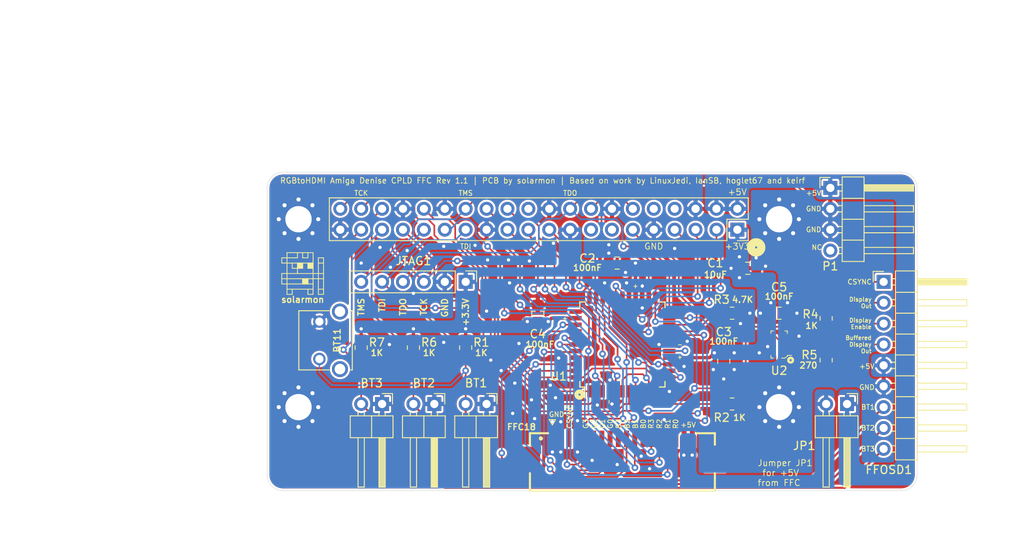
<source format=kicad_pcb>
(kicad_pcb (version 20171130) (host pcbnew "(5.1.9)-1")
  (layers (0 F.Cu signal) (31 B.Cu signal) (34 B.Paste user) (35 F.Paste user) (36 B.SilkS user) (37 F.SilkS user) (38 B.Mask user) (39 F.Mask user) (44 Edge.Cuts user))
  (net 0 "")
  (net 1 GND)
  (net 2 +3V3)
  (net 3 /GPIO21)
  (net 4 /GPIO20)
  (net 5 /GPIO26)
  (net 6 /GPIO16)
  (net 7 /GPIO18)
  (net 8 /GPIO13)
  (net 9 /GPIO12)
  (net 10 /GPIO6)
  (net 11 /GPIO5)
  (net 12 /GPIO0)
  (net 13 /GPIO7)
  (net 14 /GPIO8)
  (net 15 /GPIO11)
  (net 16 /GPIO25)
  (net 17 /GPIO9)
  (net 18 /GPIO10)
  (net 19 /GPIO24)
  (net 20 /GPIO23)
  (net 21 /GPIO22)
  (net 22 /GPIO27)
  (net 23 /GPIO17)
  (net 24 /GPIO15)
  (net 25 /GPIO14)
  (net 26 /GPIO4)
  (net 27 /GPIO3)
  (net 28 /GPIO2)
  (net 29 /GPIO19)
  (net 30 /CLKEN)
  (net 31 /B0)
  (net 32 /R3)
  (net 33 /R2)
  (net 34 /R1)
  (net 35 /R0)
  (net 36 /G3)
  (net 37 /G2)
  (net 38 /G1)
  (net 39 /G0)
  (net 40 /B3)
  (net 41 /B2)
  (net 42 /B1)
  (net 43 /VSYNC)
  (net 44 /DETECT)
  (net 45 +5V)
  (net 46 "Net-(R5-Pad2)")
  (net 47 /OSD_DISPLAY_OUTPUT_BUFFERRED)
  (net 48 /OSD_DISPLAY_ENABLE)
  (net 49 /OSD_DISPLAY_OUPUT)
  (net 50 /CSYNC)
  (net 51 "Net-(P1-Pad4)")
  (net 52 /FFC_5V)
  (module solarmon_library:PUSH_BUTTON_RIGHT_ANGLE (layer F.Cu) (at 111.76 89.662 270)
    (fp_text reference BT11 (at 0 -2.159 90) (layer F.SilkS) (effects (font (size 0.8 0.8))))
    (fp_text value Jumper_2_Open hide)
    (pad 1 thru_hole circle (at -2.275 0 270) (size 1.508 1.508) (drill 1) (layers *.Cu *.Mask) (net 1 GND))
    (pad 2 thru_hole circle (at 2.275 0 270) (size 1.508 1.508) (drill 1) (layers *.Cu *.Mask) (net 6 /GPIO16))
    (pad "" thru_hole circle (at -3.5 -2.5 270) (size 1.95 1.95) (drill 1.3) (layers *.Cu *.Mask))
    (pad "" thru_hole circle (at 3.5 -2.5 270) (size 1.95 1.95) (drill 1.3) (layers *.Cu *.Mask))
  )
  (module solarmon_library:FPC-SMD_X10B25U18T (layer F.Cu) (at 148.59 101.6 180)
    (fp_text reference FFC18 (at 14.097 1.397) (layer F.SilkS) (effects (font (size 0.75 0.75)) (justify left)))
    (fp_text value Conn_01x18 hide)
    (pad 1 smd rect (at 8.5 -0.045) (size 0.6 2) (layers F.Cu F.Paste F.Mask) (net 1 GND))
    (pad 2 smd rect (at 7.5 -0.045) (size 0.6 2) (layers F.Cu F.Paste F.Mask) (net 1 GND))
    (pad 3 smd rect (at 6.5 -0.045) (size 0.6 2) (layers F.Cu F.Paste F.Mask) (net 50 /CSYNC))
    (pad 4 smd rect (at 5.5 -0.045) (size 0.6 2) (layers F.Cu F.Paste F.Mask) (net 1 GND))
    (pad 5 smd rect (at 4.5 -0.045) (size 0.6 2) (layers F.Cu F.Paste F.Mask) (net 36 /G3))
    (pad 6 smd rect (at 3.5 -0.045) (size 0.6 2) (layers F.Cu F.Paste F.Mask) (net 37 /G2))
    (pad 7 smd rect (at 2.5 -0.045) (size 0.6 2) (layers F.Cu F.Paste F.Mask) (net 38 /G1))
    (pad 8 smd rect (at 1.5 -0.045) (size 0.6 2) (layers F.Cu F.Paste F.Mask) (net 39 /G0))
    (pad 9 smd rect (at 0.5 -0.045) (size 0.6 2) (layers F.Cu F.Paste F.Mask) (net 40 /B3))
    (pad 10 smd rect (at -0.5 -0.045) (size 0.6 2) (layers F.Cu F.Paste F.Mask) (net 41 /B2))
    (pad 11 smd rect (at -1.5 -0.045) (size 0.6 2) (layers F.Cu F.Paste F.Mask) (net 42 /B1))
    (pad 12 smd rect (at -2.5 -0.045) (size 0.6 2) (layers F.Cu F.Paste F.Mask) (net 31 /B0))
    (pad 13 smd rect (at -3.5 -0.045) (size 0.6 2) (layers F.Cu F.Paste F.Mask) (net 32 /R3))
    (pad 14 smd rect (at -4.5 -0.045) (size 0.6 2) (layers F.Cu F.Paste F.Mask) (net 33 /R2))
    (pad 15 smd rect (at -5.5 -0.045) (size 0.6 2) (layers F.Cu F.Paste F.Mask) (net 34 /R1))
    (pad 16 smd rect (at -6.5 -0.045) (size 0.6 2) (layers F.Cu F.Paste F.Mask) (net 35 /R0))
    (pad 17 smd rect (at -7.5 -0.045) (size 0.6 2) (layers F.Cu F.Paste F.Mask) (net 52 /FFC_5V))
    (pad 18 smd rect (at -8.5 -0.045) (size 0.6 2) (layers F.Cu F.Paste F.Mask) (net 52 /FFC_5V))
    (pad MP smd rect (at -11.25 -2.495) (size 2.5 3) (layers F.Cu F.Paste F.Mask))
    (pad MP smd rect (at 11.25 -2.495) (size 2.5 3) (layers F.Cu F.Paste F.Mask))
  )
  (module MountingHole:MountingHole_3.2mm_M3_Pad_Via (layer F.Cu) (at 167.64 97.79)
    (fp_text reference H4 hide)
    (fp_text value MountingHole_Pad)
    (pad 1 thru_hole circle (at 1.697056 -1.697056) (size 0.8 0.8) (drill 0.5) (layers *.Cu *.Mask) (net 1 GND))
    (pad 1 thru_hole circle (at 0 -2.4) (size 0.8 0.8) (drill 0.5) (layers *.Cu *.Mask) (net 1 GND))
    (pad 1 thru_hole circle (at -1.697056 -1.697056) (size 0.8 0.8) (drill 0.5) (layers *.Cu *.Mask) (net 1 GND))
    (pad 1 thru_hole circle (at -2.4 0) (size 0.8 0.8) (drill 0.5) (layers *.Cu *.Mask) (net 1 GND))
    (pad 1 thru_hole circle (at -1.697056 1.697056) (size 0.8 0.8) (drill 0.5) (layers *.Cu *.Mask) (net 1 GND))
    (pad 1 thru_hole circle (at 0 2.4) (size 0.8 0.8) (drill 0.5) (layers *.Cu *.Mask) (net 1 GND))
    (pad 1 thru_hole circle (at 1.697056 1.697056) (size 0.8 0.8) (drill 0.5) (layers *.Cu *.Mask) (net 1 GND))
    (pad 1 thru_hole circle (at 2.4 0) (size 0.8 0.8) (drill 0.5) (layers *.Cu *.Mask) (net 1 GND))
    (pad 1 thru_hole circle (at 0 0) (size 6.4 6.4) (drill 3.2) (layers *.Cu *.Mask) (net 1 GND))
  )
  (module MountingHole:MountingHole_3.2mm_M3_Pad_Via (layer F.Cu) (at 109.22 97.79)
    (fp_text reference H3 hide)
    (fp_text value MountingHole_Pad)
    (pad 1 thru_hole circle (at 1.697056 -1.697056) (size 0.8 0.8) (drill 0.5) (layers *.Cu *.Mask) (net 1 GND))
    (pad 1 thru_hole circle (at 0 -2.4) (size 0.8 0.8) (drill 0.5) (layers *.Cu *.Mask) (net 1 GND))
    (pad 1 thru_hole circle (at -1.697056 -1.697056) (size 0.8 0.8) (drill 0.5) (layers *.Cu *.Mask) (net 1 GND))
    (pad 1 thru_hole circle (at -2.4 0) (size 0.8 0.8) (drill 0.5) (layers *.Cu *.Mask) (net 1 GND))
    (pad 1 thru_hole circle (at -1.697056 1.697056) (size 0.8 0.8) (drill 0.5) (layers *.Cu *.Mask) (net 1 GND))
    (pad 1 thru_hole circle (at 0 2.4) (size 0.8 0.8) (drill 0.5) (layers *.Cu *.Mask) (net 1 GND))
    (pad 1 thru_hole circle (at 1.697056 1.697056) (size 0.8 0.8) (drill 0.5) (layers *.Cu *.Mask) (net 1 GND))
    (pad 1 thru_hole circle (at 2.4 0) (size 0.8 0.8) (drill 0.5) (layers *.Cu *.Mask) (net 1 GND))
    (pad 1 thru_hole circle (at 0 0) (size 6.4 6.4) (drill 3.2) (layers *.Cu *.Mask) (net 1 GND))
  )
  (module MountingHole:MountingHole_3.2mm_M3_Pad_Via (layer F.Cu) (at 167.64 74.93)
    (fp_text reference H2 hide)
    (fp_text value MountingHole_Pad)
    (pad 1 thru_hole circle (at 1.697056 -1.697056) (size 0.8 0.8) (drill 0.5) (layers *.Cu *.Mask) (net 1 GND))
    (pad 1 thru_hole circle (at 0 -2.4) (size 0.8 0.8) (drill 0.5) (layers *.Cu *.Mask) (net 1 GND))
    (pad 1 thru_hole circle (at -1.697056 -1.697056) (size 0.8 0.8) (drill 0.5) (layers *.Cu *.Mask) (net 1 GND))
    (pad 1 thru_hole circle (at -2.4 0) (size 0.8 0.8) (drill 0.5) (layers *.Cu *.Mask) (net 1 GND))
    (pad 1 thru_hole circle (at -1.697056 1.697056) (size 0.8 0.8) (drill 0.5) (layers *.Cu *.Mask) (net 1 GND))
    (pad 1 thru_hole circle (at 0 2.4) (size 0.8 0.8) (drill 0.5) (layers *.Cu *.Mask) (net 1 GND))
    (pad 1 thru_hole circle (at 1.697056 1.697056) (size 0.8 0.8) (drill 0.5) (layers *.Cu *.Mask) (net 1 GND))
    (pad 1 thru_hole circle (at 2.4 0) (size 0.8 0.8) (drill 0.5) (layers *.Cu *.Mask) (net 1 GND))
    (pad 1 thru_hole circle (at 0 0) (size 6.4 6.4) (drill 3.2) (layers *.Cu *.Mask) (net 1 GND))
  )
  (module MountingHole:MountingHole_3.2mm_M3_Pad_Via (layer F.Cu) (at 109.22 74.93)
    (fp_text reference H1 hide)
    (fp_text value MountingHole_Pad)
    (pad 1 thru_hole circle (at 1.697056 -1.697056) (size 0.8 0.8) (drill 0.5) (layers *.Cu *.Mask) (net 1 GND))
    (pad 1 thru_hole circle (at 0 -2.4) (size 0.8 0.8) (drill 0.5) (layers *.Cu *.Mask) (net 1 GND))
    (pad 1 thru_hole circle (at -1.697056 -1.697056) (size 0.8 0.8) (drill 0.5) (layers *.Cu *.Mask) (net 1 GND))
    (pad 1 thru_hole circle (at -2.4 0) (size 0.8 0.8) (drill 0.5) (layers *.Cu *.Mask) (net 1 GND))
    (pad 1 thru_hole circle (at -1.697056 1.697056) (size 0.8 0.8) (drill 0.5) (layers *.Cu *.Mask) (net 1 GND))
    (pad 1 thru_hole circle (at 0 2.4) (size 0.8 0.8) (drill 0.5) (layers *.Cu *.Mask) (net 1 GND))
    (pad 1 thru_hole circle (at 1.697056 1.697056) (size 0.8 0.8) (drill 0.5) (layers *.Cu *.Mask) (net 1 GND))
    (pad 1 thru_hole circle (at 2.4 0) (size 0.8 0.8) (drill 0.5) (layers *.Cu *.Mask) (net 1 GND))
    (pad 1 thru_hole circle (at 0 0) (size 6.4 6.4) (drill 3.2) (layers *.Cu *.Mask) (net 1 GND))
  )
  (module solarmon_library:solarmon-logo-25mils (layer F.Cu) (at 109.728 82.169)
    (fp_text reference solarmon (at 0 2.54) (layer F.SilkS) (effects (font (size 0.75 0.75))))
    (fp_text value solarmon-logo-25mils)
    (fp_poly (pts (xy 2.54 -1.905) (xy 1.905 -1.905) (xy 1.905 -2.54) (xy 2.54 -2.54)) (layer F.Cu) (width 0.1))
    (fp_poly (pts (xy 2.54 1.905) (xy 1.905 1.905) (xy 1.905 1.27) (xy 2.54 1.27)) (layer F.Cu) (width 0.1))
    (fp_poly (pts (xy 1.27 -2.54) (xy 0.635 -2.54) (xy 0.635 -3.175) (xy 1.27 -3.175)) (layer F.Cu) (width 0.1))
    (fp_poly (pts (xy 1.27 -1.905) (xy 0.635 -1.905) (xy 0.635 -2.54) (xy 1.27 -2.54)) (layer F.Cu) (width 0.1))
    (fp_poly (pts (xy 0.635 -1.905) (xy 0 -1.905) (xy 0 -2.54) (xy 0.635 -2.54)) (layer F.Cu) (width 0.1))
    (fp_poly (pts (xy 0 -1.905) (xy -0.635 -1.905) (xy -0.635 -2.54) (xy 0 -2.54)) (layer F.Cu) (width 0.1))
    (fp_poly (pts (xy 0 -2.54) (xy -0.635 -2.54) (xy -0.635 -3.175) (xy 0 -3.175)) (layer F.Cu) (width 0.1))
    (fp_poly (pts (xy -0.635 -1.905) (xy -1.27 -1.905) (xy -1.27 -2.54) (xy -0.635 -2.54)) (layer F.Cu) (width 0.1))
    (fp_poly (pts (xy -1.27 -1.905) (xy -1.905 -1.905) (xy -1.905 -2.54) (xy -1.27 -2.54)) (layer F.Cu) (width 0.1))
    (fp_poly (pts (xy -1.27 0.635) (xy -1.905 0.635) (xy -1.905 0) (xy -1.27 0)) (layer F.Cu) (width 0.1))
    (fp_poly (pts (xy -0.635 0.635) (xy -1.27 0.635) (xy -1.27 0) (xy -0.635 0)) (layer F.Cu) (width 0.1))
    (fp_poly (pts (xy 0 0.635) (xy -0.635 0.635) (xy -0.635 0) (xy 0 0)) (layer F.Cu) (width 0.1))
    (fp_poly (pts (xy 1.27 0.635) (xy 0.635 0.635) (xy 0.635 0) (xy 1.27 0)) (layer F.Cu) (width 0.1))
    (fp_poly (pts (xy 1.27 1.905) (xy 0.635 1.905) (xy 0.635 1.27) (xy 1.27 1.27)) (layer F.Cu) (width 0.1))
    (fp_poly (pts (xy -1.27 1.905) (xy -1.905 1.905) (xy -1.905 1.27) (xy -1.27 1.27)) (layer F.Cu) (width 0.1))
  )
  (module Connector_PinHeader_2.54mm:PinHeader_1x02_P2.54mm_Horizontal (layer F.Cu) (at 175.895 97.409 270)
    (fp_text reference JP1 (at 5.08 5.207 180) (layer F.SilkS))
    (fp_text value Conn_01x02)
    (pad 2 thru_hole oval (at 0 2.54 270) (size 1.7 1.7) (drill 1) (layers *.Cu *.Mask) (net 52 /FFC_5V))
    (pad 1 thru_hole rect (at 0 0 270) (size 1.7 1.7) (drill 1) (layers *.Cu *.Mask) (net 45 +5V))
  )
  (module Connector_PinHeader_2.54mm:PinHeader_1x09_P2.54mm_Horizontal (layer F.Cu) (at 180.34 82.55)
    (fp_text reference FFOSD1 (at 0.635 22.86) (layer F.SilkS))
    (fp_text value Conn_01x09)
    (pad 1 thru_hole rect (at 0 0) (size 1.7 1.7) (drill 1) (layers *.Cu *.Mask) (net 50 /CSYNC))
    (pad 2 thru_hole oval (at 0 2.54) (size 1.7 1.7) (drill 1) (layers *.Cu *.Mask) (net 49 /OSD_DISPLAY_OUPUT))
    (pad 3 thru_hole oval (at 0 5.08) (size 1.7 1.7) (drill 1) (layers *.Cu *.Mask) (net 48 /OSD_DISPLAY_ENABLE))
    (pad 4 thru_hole oval (at 0 7.62) (size 1.7 1.7) (drill 1) (layers *.Cu *.Mask) (net 47 /OSD_DISPLAY_OUTPUT_BUFFERRED))
    (pad 5 thru_hole oval (at 0 10.16) (size 1.7 1.7) (drill 1) (layers *.Cu *.Mask) (net 45 +5V))
    (pad 6 thru_hole oval (at 0 12.7) (size 1.7 1.7) (drill 1) (layers *.Cu *.Mask) (net 1 GND))
    (pad 7 thru_hole oval (at 0 15.24) (size 1.7 1.7) (drill 1) (layers *.Cu *.Mask) (net 6 /GPIO16))
    (pad 8 thru_hole oval (at 0 17.78) (size 1.7 1.7) (drill 1) (layers *.Cu *.Mask) (net 5 /GPIO26))
    (pad 9 thru_hole oval (at 0 20.32) (size 1.7 1.7) (drill 1) (layers *.Cu *.Mask) (net 29 /GPIO19))
  )
  (module Connector_PinHeader_2.54mm:PinHeader_1x04_P2.54mm_Horizontal (layer F.Cu) (at 173.863 71.12)
    (fp_text reference P1 (at 0 9.525) (layer F.SilkS))
    (fp_text value Conn_01x04)
    (pad 4 thru_hole oval (at 0 7.62) (size 1.7 1.7) (drill 1) (layers *.Cu *.Mask) (net 51 "Net-(P1-Pad4)"))
    (pad 3 thru_hole oval (at 0 5.08) (size 1.7 1.7) (drill 1) (layers *.Cu *.Mask) (net 1 GND))
    (pad 2 thru_hole oval (at 0 2.54) (size 1.7 1.7) (drill 1) (layers *.Cu *.Mask) (net 1 GND))
    (pad 1 thru_hole rect (at 0 0) (size 1.7 1.7) (drill 1) (layers *.Cu *.Mask) (net 45 +5V))
  )
  (module Resistor_SMD:R_0805_2012Metric_Pad1.20x1.40mm_HandSolder (layer F.Cu) (at 116.84 90.551 270)
    (fp_text reference R7 (at -0.635 -1.905 180) (layer F.SilkS))
    (fp_text value 1K (at 0.635 -1.905 180) (layer F.SilkS) (effects (font (size 0.75 0.75))))
    (pad 2 smd roundrect (at 1 0 270) (size 1.2 1.4) (layers F.Cu F.Paste F.Mask) (roundrect_rratio 0.2083325) (net 29 /GPIO19))
    (pad 1 smd roundrect (at -1 0 270) (size 1.2 1.4) (layers F.Cu F.Paste F.Mask) (roundrect_rratio 0.2083325) (net 2 +3V3))
  )
  (module Resistor_SMD:R_0805_2012Metric_Pad1.20x1.40mm_HandSolder (layer F.Cu) (at 123.19 90.551 270)
    (fp_text reference R6 (at -0.635 -1.905 180) (layer F.SilkS))
    (fp_text value 1K (at 0.635 -1.905 180) (layer F.SilkS) (effects (font (size 0.75 0.75))))
    (pad 2 smd roundrect (at 1 0 270) (size 1.2 1.4) (layers F.Cu F.Paste F.Mask) (roundrect_rratio 0.2083325) (net 5 /GPIO26))
    (pad 1 smd roundrect (at -1 0 270) (size 1.2 1.4) (layers F.Cu F.Paste F.Mask) (roundrect_rratio 0.2083325) (net 2 +3V3))
  )
  (module Connector_PinHeader_2.54mm:PinHeader_1x02_P2.54mm_Horizontal (layer F.Cu) (at 119.38 97.409 270)
    (fp_text reference BT3 (at -2.54 1.27 180) (layer F.SilkS))
    (fp_text value Jumper_2_Open)
    (pad 2 thru_hole oval (at 0 2.54 270) (size 1.7 1.7) (drill 1) (layers *.Cu *.Mask) (net 29 /GPIO19))
    (pad 1 thru_hole rect (at 0 0 270) (size 1.7 1.7) (drill 1) (layers *.Cu *.Mask) (net 1 GND))
  )
  (module Connector_PinHeader_2.54mm:PinHeader_1x02_P2.54mm_Horizontal (layer F.Cu) (at 125.73 97.409 270)
    (fp_text reference BT2 (at -2.54 1.27 180) (layer F.SilkS))
    (fp_text value Jumper_2_Open)
    (pad 2 thru_hole oval (at 0 2.54 270) (size 1.7 1.7) (drill 1) (layers *.Cu *.Mask) (net 5 /GPIO26))
    (pad 1 thru_hole rect (at 0 0 270) (size 1.7 1.7) (drill 1) (layers *.Cu *.Mask) (net 1 GND))
  )
  (module Capacitor_SMD:C_0805_2012Metric_Pad1.18x1.45mm_HandSolder (layer F.Cu) (at 167.64 86.36)
    (fp_text reference C5 (at 0 -3.175) (layer F.SilkS))
    (fp_text value 100nF (at 0 -2.032) (layer F.SilkS) (effects (font (size 0.75 0.75))))
    (pad 2 smd roundrect (at 1.0375 0) (size 1.175 1.45) (layers F.Cu F.Paste F.Mask) (roundrect_rratio 0.2127659574468085) (net 1 GND))
    (pad 1 smd roundrect (at -1.0375 0) (size 1.175 1.45) (layers F.Cu F.Paste F.Mask) (roundrect_rratio 0.2127659574468085) (net 2 +3V3))
  )
  (module solarmon_library:SOT-753 (layer F.Cu) (at 167.64 90.17 90)
    (fp_text reference U2 (at -3.175 0 180) (layer F.SilkS))
    (fp_text value 74LVC1G125)
    (pad 1 smd rect (at -0.95 1.35 90) (size 0.6 1.05) (layers F.Cu F.Paste F.Mask) (net 48 /OSD_DISPLAY_ENABLE))
    (pad 2 smd rect (at 0 1.35 90) (size 0.6 1.05) (layers F.Cu F.Paste F.Mask) (net 49 /OSD_DISPLAY_OUPUT))
    (pad 3 smd rect (at 0.95 1.35 90) (size 0.6 1.05) (layers F.Cu F.Paste F.Mask) (net 1 GND))
    (pad 4 smd rect (at 0.95 -1.35 90) (size 0.6 1.05) (layers F.Cu F.Paste F.Mask) (net 46 "Net-(R5-Pad2)"))
    (pad 5 smd rect (at -0.95 -1.35 90) (size 0.6 1.05) (layers F.Cu F.Paste F.Mask) (net 2 +3V3))
  )
  (module Resistor_SMD:R_0805_2012Metric_Pad1.20x1.40mm_HandSolder (layer F.Cu) (at 173.355 92.075 270)
    (fp_text reference R5 (at -0.635 2.032 180) (layer F.SilkS))
    (fp_text value 270 (at 0.635 2.159 180) (layer F.SilkS) (effects (font (size 0.75 0.75))))
    (pad 2 smd roundrect (at 1 0 270) (size 1.2 1.4) (layers F.Cu F.Paste F.Mask) (roundrect_rratio 0.2083325) (net 46 "Net-(R5-Pad2)"))
    (pad 1 smd roundrect (at -1 0 270) (size 1.2 1.4) (layers F.Cu F.Paste F.Mask) (roundrect_rratio 0.2083325) (net 47 /OSD_DISPLAY_OUTPUT_BUFFERRED))
  )
  (module Resistor_SMD:R_0805_2012Metric_Pad1.20x1.40mm_HandSolder (layer F.Cu) (at 173.355 86.995 270)
    (fp_text reference R4 (at -0.508 1.905 180) (layer F.SilkS))
    (fp_text value 1K (at 0.889 1.778 180) (layer F.SilkS) (effects (font (size 0.75 0.75))))
    (pad 2 smd roundrect (at 1 0 270) (size 1.2 1.4) (layers F.Cu F.Paste F.Mask) (roundrect_rratio 0.2083325) (net 49 /OSD_DISPLAY_OUPUT))
    (pad 1 smd roundrect (at -1 0 270) (size 1.2 1.4) (layers F.Cu F.Paste F.Mask) (roundrect_rratio 0.2083325) (net 19 /GPIO24))
  )
  (module Connector_PinHeader_2.54mm:PinHeader_1x06_P2.54mm_Vertical (layer F.Cu) (at 129.54 82.55 270)
    (fp_text reference JTAG1 (at -2.54 6.35) (layer F.SilkS))
    (fp_text value Conn_01x06)
    (pad 6 thru_hole oval (at 0 12.7 270) (size 1.7 1.7) (drill 1) (layers *.Cu *.Mask) (net 30 /CLKEN))
    (pad 5 thru_hole oval (at 0 10.16 270) (size 1.7 1.7) (drill 1) (layers *.Cu *.Mask) (net 12 /GPIO0))
    (pad 4 thru_hole oval (at 0 7.62 270) (size 1.7 1.7) (drill 1) (layers *.Cu *.Mask) (net 19 /GPIO24))
    (pad 3 thru_hole oval (at 0 5.08 270) (size 1.7 1.7) (drill 1) (layers *.Cu *.Mask) (net 4 /GPIO20))
    (pad 2 thru_hole oval (at 0 2.54 270) (size 1.7 1.7) (drill 1) (layers *.Cu *.Mask) (net 1 GND))
    (pad 1 thru_hole rect (at 0 0 270) (size 1.7 1.7) (drill 1) (layers *.Cu *.Mask) (net 2 +3V3))
  )
  (module Capacitor_SMD:C_0805_2012Metric_Pad1.18x1.45mm_HandSolder (layer F.Cu) (at 163.83 80.899)
    (fp_text reference C1 (at -3.937 -0.635) (layer F.SilkS))
    (fp_text value 10uF (at -3.937 0.762) (layer F.SilkS) (effects (font (size 0.75 0.75))))
    (pad 2 smd roundrect (at 1.0375 0) (size 1.175 1.45) (layers F.Cu F.Paste F.Mask) (roundrect_rratio 0.2127659574468085) (net 1 GND))
    (pad 1 smd roundrect (at -1.0375 0) (size 1.175 1.45) (layers F.Cu F.Paste F.Mask) (roundrect_rratio 0.2127659574468085) (net 2 +3V3))
  )
  (module Resistor_SMD:R_0805_2012Metric_Pad1.20x1.40mm_HandSolder (layer F.Cu) (at 161.925 86.36)
    (fp_text reference R3 (at -1.27 -1.651) (layer F.SilkS))
    (fp_text value 4.7K (at 1.27 -1.651) (layer F.SilkS) (effects (font (size 0.75 0.75))))
    (pad 2 smd roundrect (at 1 0) (size 1.2 1.4) (layers F.Cu F.Paste F.Mask) (roundrect_rratio 0.2083325) (net 1 GND))
    (pad 1 smd roundrect (at -1 0) (size 1.2 1.4) (layers F.Cu F.Paste F.Mask) (roundrect_rratio 0.2083325) (net 44 /DETECT))
  )
  (module Resistor_SMD:R_0805_2012Metric_Pad1.20x1.40mm_HandSolder (layer F.Cu) (at 161.925 97.409)
    (fp_text reference R2 (at -1.27 1.651 180) (layer F.SilkS))
    (fp_text value 1K (at 0.889 1.651) (layer F.SilkS) (effects (font (size 0.75 0.75))))
    (pad 2 smd roundrect (at 1 0) (size 1.2 1.4) (layers F.Cu F.Paste F.Mask) (roundrect_rratio 0.2083325) (net 1 GND))
    (pad 1 smd roundrect (at -1 0) (size 1.2 1.4) (layers F.Cu F.Paste F.Mask) (roundrect_rratio 0.2083325) (net 12 /GPIO0))
  )
  (module Resistor_SMD:R_0805_2012Metric_Pad1.20x1.40mm_HandSolder (layer F.Cu) (at 129.54 90.551 270)
    (fp_text reference R1 (at -0.635 -1.905 180) (layer F.SilkS))
    (fp_text value 1K (at 0.635 -1.905 180) (layer F.SilkS) (effects (font (size 0.75 0.75))))
    (pad 2 smd roundrect (at 1 0 270) (size 1.2 1.4) (layers F.Cu F.Paste F.Mask) (roundrect_rratio 0.2083325) (net 6 /GPIO16))
    (pad 1 smd roundrect (at -1 0 270) (size 1.2 1.4) (layers F.Cu F.Paste F.Mask) (roundrect_rratio 0.2083325) (net 2 +3V3))
  )
  (module Capacitor_SMD:C_0805_2012Metric_Pad1.18x1.45mm_HandSolder (layer F.Cu) (at 138.303 86.36 90)
    (fp_text reference C4 (at -2.54 0) (layer F.SilkS))
    (fp_text value 100nF (at -3.81 0.254) (layer F.SilkS) (effects (font (size 0.75 0.75))))
    (pad 2 smd roundrect (at 1.0375 0 90) (size 1.175 1.45) (layers F.Cu F.Paste F.Mask) (roundrect_rratio 0.2127659574468085) (net 1 GND))
    (pad 1 smd roundrect (at -1.0375 0 90) (size 1.175 1.45) (layers F.Cu F.Paste F.Mask) (roundrect_rratio 0.2127659574468085) (net 2 +3V3))
  )
  (module Capacitor_SMD:C_0805_2012Metric_Pad1.18x1.45mm_HandSolder (layer F.Cu) (at 160.909 92.202 270)
    (fp_text reference C3 (at -3.556 0 180) (layer F.SilkS))
    (fp_text value 100nF (at -2.413 0) (layer F.SilkS) (effects (font (size 0.75 0.75))))
    (pad 2 smd roundrect (at 1.0375 0 270) (size 1.175 1.45) (layers F.Cu F.Paste F.Mask) (roundrect_rratio 0.2127659574468085) (net 1 GND))
    (pad 1 smd roundrect (at -1.0375 0 270) (size 1.175 1.45) (layers F.Cu F.Paste F.Mask) (roundrect_rratio 0.2127659574468085) (net 2 +3V3))
  )
  (module Capacitor_SMD:C_0805_2012Metric_Pad1.18x1.45mm_HandSolder (layer F.Cu) (at 147.955 80.264 180)
    (fp_text reference C2 (at 3.6195 0.5715) (layer F.SilkS))
    (fp_text value 100nF (at 3.6195 -0.5715) (layer F.SilkS) (effects (font (size 0.75 0.75))))
    (pad 2 smd roundrect (at 1.0375 0 180) (size 1.175 1.45) (layers F.Cu F.Paste F.Mask) (roundrect_rratio 0.2127659574468085) (net 1 GND))
    (pad 1 smd roundrect (at -1.0375 0 180) (size 1.175 1.45) (layers F.Cu F.Paste F.Mask) (roundrect_rratio 0.2127659574468085) (net 2 +3V3))
  )
  (module Package_QFP:TQFP-44_10x10mm_P0.8mm (layer F.Cu) (at 148.59 90.17 90)
    (fp_text reference U1 (at -3.8735 -7.747 180) (layer F.SilkS))
    (fp_text value "XC9572VQ44 or XC9572XL-10VQG44C")
    (pad 44 smd rect (at -4 -5.7 180) (size 1.5 0.55) (layers F.Cu F.Paste F.Mask) (net 4 /GPIO20))
    (pad 43 smd rect (at -3.2 -5.7 180) (size 1.5 0.55) (layers F.Cu F.Paste F.Mask) (net 3 /GPIO21))
    (pad 42 smd rect (at -2.4 -5.7 180) (size 1.5 0.55) (layers F.Cu F.Paste F.Mask) (net 39 /G0))
    (pad 41 smd rect (at -1.6 -5.7 180) (size 1.5 0.55) (layers F.Cu F.Paste F.Mask) (net 43 /VSYNC))
    (pad 40 smd rect (at -0.8 -5.7 180) (size 1.5 0.55) (layers F.Cu F.Paste F.Mask) (net 38 /G1))
    (pad 39 smd rect (at 0 -5.7 180) (size 1.5 0.55) (layers F.Cu F.Paste F.Mask) (net 34 /R1))
    (pad 38 smd rect (at 0.8 -5.7 180) (size 1.5 0.55) (layers F.Cu F.Paste F.Mask) (net 42 /B1))
    (pad 37 smd rect (at 1.6 -5.7 180) (size 1.5 0.55) (layers F.Cu F.Paste F.Mask) (net 41 /B2))
    (pad 36 smd rect (at 2.4 -5.7 180) (size 1.5 0.55) (layers F.Cu F.Paste F.Mask) (net 37 /G2))
    (pad 35 smd rect (at 3.2 -5.7 180) (size 1.5 0.55) (layers F.Cu F.Paste F.Mask) (net 2 +3V3))
    (pad 34 smd rect (at 4 -5.7 180) (size 1.5 0.55) (layers F.Cu F.Paste F.Mask) (net 33 /R2))
    (pad 33 smd rect (at 5.7 -4 90) (size 1.5 0.55) (layers F.Cu F.Paste F.Mask) (net 7 /GPIO18))
    (pad 32 smd rect (at 5.7 -3.2 90) (size 1.5 0.55) (layers F.Cu F.Paste F.Mask) (net 32 /R3))
    (pad 31 smd rect (at 5.7 -2.4 90) (size 1.5 0.55) (layers F.Cu F.Paste F.Mask) (net 36 /G3))
    (pad 30 smd rect (at 5.7 -1.6 90) (size 1.5 0.55) (layers F.Cu F.Paste F.Mask) (net 40 /B3))
    (pad 29 smd rect (at 5.7 -0.8 90) (size 1.5 0.55) (layers F.Cu F.Paste F.Mask) (net 28 /GPIO2))
    (pad 28 smd rect (at 5.7 0 90) (size 1.5 0.55) (layers F.Cu F.Paste F.Mask) (net 27 /GPIO3))
    (pad 27 smd rect (at 5.7 0.8 90) (size 1.5 0.55) (layers F.Cu F.Paste F.Mask) (net 26 /GPIO4))
    (pad 26 smd rect (at 5.7 1.6 90) (size 1.5 0.55) (layers F.Cu F.Paste F.Mask) (net 2 +3V3))
    (pad 25 smd rect (at 5.7 2.4 90) (size 1.5 0.55) (layers F.Cu F.Paste F.Mask) (net 1 GND))
    (pad 24 smd rect (at 5.7 3.2 90) (size 1.5 0.55) (layers F.Cu F.Paste F.Mask) (net 19 /GPIO24))
    (pad 23 smd rect (at 5.7 4 90) (size 1.5 0.55) (layers F.Cu F.Paste F.Mask) (net 50 /CSYNC))
    (pad 22 smd rect (at 4 5.7 180) (size 1.5 0.55) (layers F.Cu F.Paste F.Mask) (net 23 /GPIO17))
    (pad 21 smd rect (at 3.2 5.7 180) (size 1.5 0.55) (layers F.Cu F.Paste F.Mask) (net 35 /R0))
    (pad 20 smd rect (at 2.4 5.7 180) (size 1.5 0.55) (layers F.Cu F.Paste F.Mask) (net 20 /GPIO23))
    (pad 19 smd rect (at 1.6 5.7 180) (size 1.5 0.55) (layers F.Cu F.Paste F.Mask) (net 44 /DETECT))
    (pad 18 smd rect (at 0.8 5.7 180) (size 1.5 0.55) (layers F.Cu F.Paste F.Mask) (net 31 /B0))
    (pad 17 smd rect (at 0 5.7 180) (size 1.5 0.55) (layers F.Cu F.Paste F.Mask) (net 1 GND))
    (pad 16 smd rect (at -0.8 5.7 180) (size 1.5 0.55) (layers F.Cu F.Paste F.Mask) (net 18 /GPIO10))
    (pad 15 smd rect (at -1.6 5.7 180) (size 1.5 0.55) (layers F.Cu F.Paste F.Mask) (net 2 +3V3))
    (pad 14 smd rect (at -2.4 5.7 180) (size 1.5 0.55) (layers F.Cu F.Paste F.Mask) (net 17 /GPIO9))
    (pad 13 smd rect (at -3.2 5.7 180) (size 1.5 0.55) (layers F.Cu F.Paste F.Mask) (net 15 /GPIO11))
    (pad 12 smd rect (at -4 5.7 180) (size 1.5 0.55) (layers F.Cu F.Paste F.Mask) (net 14 /GPIO8))
    (pad 11 smd rect (at -5.7 4 90) (size 1.5 0.55) (layers F.Cu F.Paste F.Mask) (net 4 /GPIO20))
    (pad 10 smd rect (at -5.7 3.2 90) (size 1.5 0.55) (layers F.Cu F.Paste F.Mask) (net 30 /CLKEN))
    (pad 9 smd rect (at -5.7 2.4 90) (size 1.5 0.55) (layers F.Cu F.Paste F.Mask) (net 12 /GPIO0))
    (pad 8 smd rect (at -5.7 1.6 90) (size 1.5 0.55) (layers F.Cu F.Paste F.Mask) (net 13 /GPIO7))
    (pad 7 smd rect (at -5.7 0.8 90) (size 1.5 0.55) (layers F.Cu F.Paste F.Mask) (net 12 /GPIO0))
    (pad 6 smd rect (at -5.7 0 90) (size 1.5 0.55) (layers F.Cu F.Paste F.Mask) (net 30 /CLKEN))
    (pad 5 smd rect (at -5.7 -0.8 90) (size 1.5 0.55) (layers F.Cu F.Paste F.Mask) (net 11 /GPIO5))
    (pad 4 smd rect (at -5.7 -1.6 90) (size 1.5 0.55) (layers F.Cu F.Paste F.Mask) (net 1 GND))
    (pad 3 smd rect (at -5.7 -2.4 90) (size 1.5 0.55) (layers F.Cu F.Paste F.Mask) (net 9 /GPIO12))
    (pad 2 smd rect (at -5.7 -3.2 90) (size 1.5 0.55) (layers F.Cu F.Paste F.Mask) (net 10 /GPIO6))
    (pad 1 smd rect (at -5.7 -4 90) (size 1.5 0.55) (layers F.Cu F.Paste F.Mask) (net 8 /GPIO13))
  )
  (module Connector_PinSocket_2.54mm:PinSocket_2x20_P2.54mm_Vertical (layer F.Cu) (at 162.56 76.2 270)
    (fp_text reference J1 hide)
    (fp_text value Raspberry_Pi_2_3)
    (pad 1 thru_hole rect (at 0 0 270) (size 1.7 1.7) (drill 1) (layers *.Cu *.Mask) (net 2 +3V3))
    (pad 2 thru_hole oval (at -2.54 0 270) (size 1.7 1.7) (drill 1) (layers *.Cu *.Mask) (net 45 +5V))
    (pad 3 thru_hole oval (at 0 2.54 270) (size 1.7 1.7) (drill 1) (layers *.Cu *.Mask) (net 28 /GPIO2))
    (pad 4 thru_hole oval (at -2.54 2.54 270) (size 1.7 1.7) (drill 1) (layers *.Cu *.Mask) (net 45 +5V))
    (pad 5 thru_hole oval (at 0 5.08 270) (size 1.7 1.7) (drill 1) (layers *.Cu *.Mask) (net 27 /GPIO3))
    (pad 6 thru_hole oval (at -2.54 5.08 270) (size 1.7 1.7) (drill 1) (layers *.Cu *.Mask) (net 1 GND))
    (pad 7 thru_hole oval (at 0 7.62 270) (size 1.7 1.7) (drill 1) (layers *.Cu *.Mask) (net 26 /GPIO4))
    (pad 8 thru_hole oval (at -2.54 7.62 270) (size 1.7 1.7) (drill 1) (layers *.Cu *.Mask) (net 25 /GPIO14))
    (pad 9 thru_hole oval (at 0 10.16 270) (size 1.7 1.7) (drill 1) (layers *.Cu *.Mask) (net 1 GND))
    (pad 10 thru_hole oval (at -2.54 10.16 270) (size 1.7 1.7) (drill 1) (layers *.Cu *.Mask) (net 24 /GPIO15))
    (pad 11 thru_hole oval (at 0 12.7 270) (size 1.7 1.7) (drill 1) (layers *.Cu *.Mask) (net 23 /GPIO17))
    (pad 12 thru_hole oval (at -2.54 12.7 270) (size 1.7 1.7) (drill 1) (layers *.Cu *.Mask) (net 7 /GPIO18))
    (pad 13 thru_hole oval (at 0 15.24 270) (size 1.7 1.7) (drill 1) (layers *.Cu *.Mask) (net 22 /GPIO27))
    (pad 14 thru_hole oval (at -2.54 15.24 270) (size 1.7 1.7) (drill 1) (layers *.Cu *.Mask) (net 1 GND))
    (pad 15 thru_hole oval (at 0 17.78 270) (size 1.7 1.7) (drill 1) (layers *.Cu *.Mask) (net 21 /GPIO22))
    (pad 16 thru_hole oval (at -2.54 17.78 270) (size 1.7 1.7) (drill 1) (layers *.Cu *.Mask) (net 20 /GPIO23))
    (pad 17 thru_hole oval (at 0 20.32 270) (size 1.7 1.7) (drill 1) (layers *.Cu *.Mask) (net 2 +3V3))
    (pad 18 thru_hole oval (at -2.54 20.32 270) (size 1.7 1.7) (drill 1) (layers *.Cu *.Mask) (net 19 /GPIO24))
    (pad 19 thru_hole oval (at 0 22.86 270) (size 1.7 1.7) (drill 1) (layers *.Cu *.Mask) (net 18 /GPIO10))
    (pad 20 thru_hole oval (at -2.54 22.86 270) (size 1.7 1.7) (drill 1) (layers *.Cu *.Mask) (net 1 GND))
    (pad 21 thru_hole oval (at 0 25.4 270) (size 1.7 1.7) (drill 1) (layers *.Cu *.Mask) (net 17 /GPIO9))
    (pad 22 thru_hole oval (at -2.54 25.4 270) (size 1.7 1.7) (drill 1) (layers *.Cu *.Mask) (net 16 /GPIO25))
    (pad 23 thru_hole oval (at 0 27.94 270) (size 1.7 1.7) (drill 1) (layers *.Cu *.Mask) (net 15 /GPIO11))
    (pad 24 thru_hole oval (at -2.54 27.94 270) (size 1.7 1.7) (drill 1) (layers *.Cu *.Mask) (net 14 /GPIO8))
    (pad 25 thru_hole oval (at 0 30.48 270) (size 1.7 1.7) (drill 1) (layers *.Cu *.Mask) (net 1 GND))
    (pad 26 thru_hole oval (at -2.54 30.48 270) (size 1.7 1.7) (drill 1) (layers *.Cu *.Mask) (net 13 /GPIO7))
    (pad 27 thru_hole oval (at 0 33.02 270) (size 1.7 1.7) (drill 1) (layers *.Cu *.Mask) (net 12 /GPIO0))
    (pad 28 thru_hole oval (at -2.54 33.02 270) (size 1.7 1.7) (drill 1) (layers *.Cu *.Mask) (net 30 /CLKEN))
    (pad 29 thru_hole oval (at 0 35.56 270) (size 1.7 1.7) (drill 1) (layers *.Cu *.Mask) (net 11 /GPIO5))
    (pad 30 thru_hole oval (at -2.54 35.56 270) (size 1.7 1.7) (drill 1) (layers *.Cu *.Mask) (net 1 GND))
    (pad 31 thru_hole oval (at 0 38.1 270) (size 1.7 1.7) (drill 1) (layers *.Cu *.Mask) (net 10 /GPIO6))
    (pad 32 thru_hole oval (at -2.54 38.1 270) (size 1.7 1.7) (drill 1) (layers *.Cu *.Mask) (net 9 /GPIO12))
    (pad 33 thru_hole oval (at 0 40.64 270) (size 1.7 1.7) (drill 1) (layers *.Cu *.Mask) (net 8 /GPIO13))
    (pad 34 thru_hole oval (at -2.54 40.64 270) (size 1.7 1.7) (drill 1) (layers *.Cu *.Mask) (net 1 GND))
    (pad 35 thru_hole oval (at 0 43.18 270) (size 1.7 1.7) (drill 1) (layers *.Cu *.Mask) (net 29 /GPIO19))
    (pad 36 thru_hole oval (at -2.54 43.18 270) (size 1.7 1.7) (drill 1) (layers *.Cu *.Mask) (net 6 /GPIO16))
    (pad 37 thru_hole oval (at 0 45.72 270) (size 1.7 1.7) (drill 1) (layers *.Cu *.Mask) (net 5 /GPIO26))
    (pad 38 thru_hole oval (at -2.54 45.72 270) (size 1.7 1.7) (drill 1) (layers *.Cu *.Mask) (net 4 /GPIO20))
    (pad 39 thru_hole oval (at 0 48.26 270) (size 1.7 1.7) (drill 1) (layers *.Cu *.Mask) (net 1 GND))
    (pad 40 thru_hole oval (at -2.54 48.26 270) (size 1.7 1.7) (drill 1) (layers *.Cu *.Mask) (net 3 /GPIO21))
  )
  (module Connector_PinHeader_2.54mm:PinHeader_1x02_P2.54mm_Horizontal (layer F.Cu) (at 132.08 97.409 270)
    (fp_text reference BT1 (at -2.54 1.27 180) (layer F.SilkS))
    (fp_text value Jumper_2_Open)
    (pad 2 thru_hole oval (at 0 2.54 270) (size 1.7 1.7) (drill 1) (layers *.Cu *.Mask) (net 6 /GPIO16))
    (pad 1 thru_hole rect (at 0 0 270) (size 1.7 1.7) (drill 1) (layers *.Cu *.Mask) (net 1 GND))
  )
  (gr_text TDO (at 142.24 71.755) (layer F.SilkS) (effects (font (size 0.6 0.6) (thickness 0.1))))
  (gr_text TDI (at 129.54 78.232) (layer F.SilkS) (effects (font (size 0.6 0.6) (thickness 0.1))))
  (gr_text TMS (at 129.54 71.755) (layer F.SilkS) (effects (font (size 0.6 0.6) (thickness 0.1))))
  (gr_text TCK (at 116.84 71.755) (layer F.SilkS) (effects (font (size 0.6 0.6) (thickness 0.1))))
  (gr_text CSYNC (at 142.1765 98.933 90) (layer F.SilkS) (effects (font (size 0.6 0.6) (thickness 0.1))))
  (gr_text G1 (at 146.177 99.822 90) (layer F.SilkS) (effects (font (size 0.6 0.6) (thickness 0.1))))
  (gr_text G0 (at 147.1295 99.822 90) (layer F.SilkS) (effects (font (size 0.6 0.6) (thickness 0.1))))
  (gr_text G2 (at 145.161 99.822 90) (layer F.SilkS) (effects (font (size 0.6 0.6) (thickness 0.1))))
  (gr_text G3 (at 144.145 99.822 90) (layer F.SilkS) (effects (font (size 0.6 0.6) (thickness 0.1))))
  (gr_text B2 (at 149.1615 99.822 90) (layer F.SilkS) (effects (font (size 0.6 0.6) (thickness 0.1))))
  (gr_text B0 (at 151.13 99.822 90) (layer F.SilkS) (effects (font (size 0.6 0.6) (thickness 0.1))))
  (gr_text B1 (at 150.1775 99.822 90) (layer F.SilkS) (effects (font (size 0.6 0.6) (thickness 0.1))))
  (gr_text B3 (at 148.1455 99.822 90) (layer F.SilkS) (effects (font (size 0.6 0.6) (thickness 0.1))))
  (gr_text R3 (at 152.0825 99.822 90) (layer F.SilkS) (effects (font (size 0.6 0.6) (thickness 0.1))))
  (gr_text GND (at 140.589 98.679) (layer F.SilkS) (effects (font (size 0.6 0.6) (thickness 0.1))))
  (gr_text R2 (at 153.0985 99.822 90) (layer F.SilkS) (effects (font (size 0.6 0.6) (thickness 0.1))))
  (gr_text R1 (at 154.1145 99.822 90) (layer F.SilkS) (effects (font (size 0.6 0.6) (thickness 0.1))))
  (gr_text R0 (at 155.067 99.822 90) (layer F.SilkS) (effects (font (size 0.6 0.6) (thickness 0.1))))
  (gr_text +5V (at 156.591 99.949) (layer F.SilkS) (effects (font (size 0.6 0.6) (thickness 0.1))))
  (gr_line (start 140.081 99.949) (end 139.7 99.314) (layer F.SilkS) (width 0.12))
  (gr_line (start 140.462 99.314) (end 140.081 99.949) (layer F.SilkS) (width 0.12))
  (gr_line (start 139.7 99.314) (end 140.462 99.314) (layer F.SilkS) (width 0.12))
  (gr_text "Buffered\nDisplay\nOut" (at 178.926143 90.17) (layer F.SilkS) (effects (font (size 0.5 0.5) (thickness 0.1)) (justify right)))
  (gr_text "Display\nEnable" (at 178.926143 87.63) (layer F.SilkS) (effects (font (size 0.5 0.5) (thickness 0.1)) (justify right)))
  (gr_text "Display\nOut" (at 178.926143 85.09) (layer F.SilkS) (effects (font (size 0.5 0.5) (thickness 0.1)) (justify right)))
  (gr_text CSYNC (at 177.419 82.55) (layer F.SilkS) (effects (font (size 0.6 0.6) (thickness 0.1))))
  (gr_text NC (at 172.212 78.359) (layer F.SilkS) (effects (font (size 0.6 0.6) (thickness 0.1))))
  (gr_text GND (at 171.831 76.2) (layer F.SilkS) (effects (font (size 0.6 0.6) (thickness 0.1))))
  (gr_text GND (at 171.831 73.66) (layer F.SilkS) (effects (font (size 0.6 0.6) (thickness 0.1))))
  (gr_text +5V (at 171.831 71.755) (layer F.SilkS) (effects (font (size 0.6 0.6) (thickness 0.1))))
  (gr_text "Jumper JP1\n for +5V\nfrom FFC" (at 164.973 105.791) (layer F.SilkS) (effects (font (size 0.75 0.75) (thickness 0.1)) (justify left)))
  (gr_text BT3 (at 178.435 102.87) (layer F.SilkS) (effects (font (size 0.6 0.6) (thickness 0.1))))
  (gr_text BT2 (at 178.435 100.33) (layer F.SilkS) (effects (font (size 0.6 0.6) (thickness 0.1))))
  (gr_text BT1 (at 178.435 97.79) (layer F.SilkS) (effects (font (size 0.6 0.6) (thickness 0.1))))
  (gr_text "RGBtoHDMI Amiga Denise CPLD FFC Rev 1.1 | PCB by solarmon | Based on work by LinuxJedi, IanSB, hoglet67 and keirf" (at 106.934 70.231) (layer F.SilkS) (effects (font (size 0.68 0.68) (thickness 0.1)) (justify left)))
  (gr_arc (start 107.315 106.045) (end 105.41 106.045) (angle -90) (layer Edge.Cuts) (width 0.05))
  (gr_text - (at 151.003 83.058 90) (layer F.SilkS) (effects (font (size 0.5 0.5) (thickness 0.1))))
  (gr_text - (at 146.939 97.155 90) (layer F.SilkS) (effects (font (size 0.5 0.5) (thickness 0.1))))
  (gr_text - (at 155.575 90.17) (layer F.SilkS) (effects (font (size 0.5 0.5) (thickness 0.1))))
  (gr_text + (at 155.575 91.694) (layer F.SilkS) (effects (font (size 0.5 0.5) (thickness 0.1))))
  (gr_text + (at 141.605 86.995) (layer F.SilkS) (effects (font (size 0.5 0.5) (thickness 0.1))))
  (gr_text + (at 150.1775 83.058) (layer F.SilkS) (effects (font (size 0.5 0.5) (thickness 0.1))))
  (gr_text GND (at 178.308 95.377) (layer F.SilkS) (effects (font (size 0.6 0.6) (thickness 0.1))))
  (gr_text +5V (at 178.308 92.837) (layer F.SilkS) (effects (font (size 0.6 0.6) (thickness 0.1))))
  (gr_text GND (at 152.4 78.232) (layer F.SilkS) (effects (font (size 0.75 0.75) (thickness 0.1))))
  (gr_text +3V3 (at 162.56 78.232) (layer F.SilkS) (effects (font (size 0.75 0.75) (thickness 0.1))))
  (gr_text +5V (at 162.56 71.628) (layer F.SilkS) (effects (font (size 0.75 0.75) (thickness 0.1))))
  (gr_circle (center 169.037 92.075) (end 169.164 92.075) (layer F.SilkS) (width 0.3))
  (gr_circle (center 143.383 96.266) (end 143.51 96.266) (layer F.SilkS) (width 0.5))
  (gr_arc (start 182.499 106.045) (end 182.499 107.95) (angle -90) (layer Edge.Cuts) (width 0.05))
  (gr_arc (start 182.499 71.12) (end 184.404 71.12) (angle -90) (layer Edge.Cuts) (width 0.05))
  (gr_text TMS (at 116.84 85.625857 90) (layer F.SilkS) (effects (font (size 0.75 0.75))))
  (gr_text TDI (at 119.38 85.393714 90) (layer F.SilkS) (effects (font (size 0.75 0.75))))
  (gr_text TDO (at 121.92 85.608 90) (layer F.SilkS) (effects (font (size 0.75 0.75))))
  (gr_text TCK (at 124.46 85.590143 90) (layer F.SilkS) (effects (font (size 0.75 0.75))))
  (gr_text GND (at 127 85.697285 90) (layer F.SilkS) (effects (font (size 0.75 0.75))))
  (gr_text +3.3V (at 129.54 86.233 90) (layer F.SilkS) (effects (font (size 0.75 0.75))))
  (gr_arc (start 107.315 71.12) (end 107.315 69.215) (angle -90) (layer Edge.Cuts) (width 0.05))
  (gr_circle (center 164.846 78.359) (end 164.973 78.359) (layer F.SilkS) (width 1))
  (gr_line (start 107.315 69.215) (end 182.499 69.215) (layer Edge.Cuts) (width 0.05))
  (gr_line (start 105.41 106.045) (end 105.41 71.12) (layer Edge.Cuts) (width 0.05))
  (gr_line (start 182.499 107.95) (end 107.315 107.95) (layer Edge.Cuts) (width 0.05))
  (gr_line (start 184.404 71.12) (end 184.404 106.045) (layer Edge.Cuts) (width 0.05))
  (via (at 147.066 94.488) (size 0.8) (drill 0.4) (layers F.Cu B.Cu) (net 1))
  (via (at 147.32 97.409) (size 0.8) (drill 0.4) (layers F.Cu B.Cu) (net 1))
  (via (at 151.003 83.058) (size 0.8) (drill 0.4) (layers F.Cu B.Cu) (net 1))
  (via (at 146.939 78.0415) (size 0.8) (drill 0.4) (layers F.Cu B.Cu) (net 1))
  (via (at 137.287 80.01) (size 0.8) (drill 0.4) (layers F.Cu B.Cu) (net 1))
  (via (at 140.208 77.851) (size 0.8) (drill 0.4) (layers F.Cu B.Cu) (net 1))
  (via (at 132.588 92.075) (size 0.8) (drill 0.4) (layers F.Cu B.Cu) (net 1))
  (via (at 151.003 85.725) (size 0.8) (drill 0.4) (layers F.Cu B.Cu) (net 1))
  (via (at 146.431 82.677) (size 0.8) (drill 0.4) (layers F.Cu B.Cu) (net 1))
  (via (at 164.084 86.36) (size 0.8) (drill 0.4) (layers F.Cu B.Cu) (net 1))
  (via (at 169.799 86.36) (size 0.8) (drill 0.4) (layers F.Cu B.Cu) (net 1))
  (via (at 170.053 89.154) (size 0.8) (drill 0.4) (layers F.Cu B.Cu) (net 1))
  (via (at 132.08 86.106) (size 0.8) (drill 0.4) (layers F.Cu B.Cu) (net 1))
  (via (at 133.858 93.345) (size 0.8) (drill 0.4) (layers F.Cu B.Cu) (net 1))
  (via (at 135.509 94.869) (size 0.8) (drill 0.4) (layers F.Cu B.Cu) (net 1))
  (via (at 136.017 90.043) (size 0.8) (drill 0.4) (layers F.Cu B.Cu) (net 1))
  (via (at 154.94 78.486) (size 0.8) (drill 0.4) (layers F.Cu B.Cu) (net 1))
  (via (at 123.19 83.947) (size 0.8) (drill 0.4) (layers F.Cu B.Cu) (net 1))
  (via (at 119.126 78.359) (size 0.8) (drill 0.4) (layers F.Cu B.Cu) (net 1))
  (via (at 116.84 80.264) (size 0.8) (drill 0.4) (layers F.Cu B.Cu) (net 1))
  (via (at 126.873 89.916) (size 0.8) (drill 0.4) (layers F.Cu B.Cu) (net 1))
  (via (at 120.269 90.17) (size 0.8) (drill 0.4) (layers F.Cu B.Cu) (net 1))
  (via (at 153.035 90.17) (size 0.8) (drill 0.4) (layers F.Cu B.Cu) (net 1))
  (via (at 156.464 89.789) (size 0.8) (drill 0.4) (layers F.Cu B.Cu) (net 1))
  (via (at 137.922 99.187) (size 0.8) (drill 0.4) (layers F.Cu B.Cu) (net 1))
  (via (at 141.097 99.568) (size 0.8) (drill 0.4) (layers F.Cu B.Cu) (net 1))
  (via (at 140.081 103.251) (size 0.8) (drill 0.4) (layers F.Cu B.Cu) (net 1))
  (via (at 154.305 95.885) (size 0.8) (drill 0.4) (layers F.Cu B.Cu) (net 1))
  (via (at 156.083 92.837) (size 0.8) (drill 0.4) (layers F.Cu B.Cu) (net 1))
  (via (at 151.892 105.283) (size 0.8) (drill 0.4) (layers F.Cu B.Cu) (net 1))
  (via (at 130.683 78.105) (size 0.8) (drill 0.4) (layers F.Cu B.Cu) (net 1))
  (via (at 149.098 82.677) (size 0.8) (drill 0.4) (layers F.Cu B.Cu) (net 1))
  (via (at 135.255 98.552) (size 0.8) (drill 0.4) (layers F.Cu B.Cu) (net 1))
  (via (at 132.207 79.883) (size 0.8) (drill 0.4) (layers F.Cu B.Cu) (net 1))
  (via (at 126.873 78.232) (size 0.8) (drill 0.4) (layers F.Cu B.Cu) (net 1))
  (via (at 134.747 79.883) (size 0.8) (drill 0.4) (layers F.Cu B.Cu) (net 1))
  (via (at 153.67 99.314) (size 0.8) (drill 0.4) (layers F.Cu B.Cu) (net 1))
  (via (at 143.129 103.251) (size 0.8) (drill 0.4) (layers F.Cu B.Cu) (net 1))
  (via (at 143.129 99.441) (size 0.8) (drill 0.4) (layers F.Cu B.Cu) (net 1))
  (via (at 146.939 79.0575) (size 0.8) (drill 0.4) (layers F.Cu B.Cu) (net 1))
  (via (at 165.989 80.645) (size 0.8) (drill 0.4) (layers F.Cu B.Cu) (net 1))
  (via (at 164.846 79.629) (size 0.8) (drill 0.4) (layers F.Cu B.Cu) (net 1))
  (via (at 137.541 96.901) (size 0.8) (drill 0.4) (layers F.Cu B.Cu) (net 1))
  (via (at 141.097 103.251) (size 0.8) (drill 0.4) (layers F.Cu B.Cu) (net 1))
  (via (at 140.081 99.568) (size 0.8) (drill 0.4) (layers F.Cu B.Cu) (net 1))
  (via (at 140.843 91.821) (size 0.8) (drill 0.4) (layers F.Cu B.Cu) (net 1))
  (via (at 139.827 95.123) (size 0.8) (drill 0.4) (layers F.Cu B.Cu) (net 1))
  (via (at 140.462 96.647) (size 0.8) (drill 0.4) (layers F.Cu B.Cu) (net 1))
  (via (at 122.428 78.74) (size 0.8) (drill 0.4) (layers F.Cu B.Cu) (net 1))
  (via (at 120.396 80.772) (size 0.8) (drill 0.4) (layers F.Cu B.Cu) (net 1))
  (via (at 168.656 85.09) (size 0.8) (drill 0.4) (layers F.Cu B.Cu) (net 1))
  (via (at 162.941 87.63) (size 0.8) (drill 0.4) (layers F.Cu B.Cu) (net 1))
  (via (at 160.909 94.361) (size 0.8) (drill 0.4) (layers F.Cu B.Cu) (net 1))
  (via (at 162.179 93.218) (size 0.8) (drill 0.4) (layers F.Cu B.Cu) (net 1))
  (via (at 159.639 93.218) (size 0.8) (drill 0.4) (layers F.Cu B.Cu) (net 1))
  (via (at 145.542 97.536) (size 0.8) (drill 0.4) (layers F.Cu B.Cu) (net 1))
  (via (at 147.955 104.775) (size 0.8) (drill 0.4) (layers F.Cu B.Cu) (net 1))
  (via (at 150.876 103.759) (size 0.8) (drill 0.4) (layers F.Cu B.Cu) (net 1))
  (via (at 144.907 104.267) (size 0.8) (drill 0.4) (layers F.Cu B.Cu) (net 1))
  (via (at 134.874 82.677) (size 0.8) (drill 0.4) (layers F.Cu B.Cu) (net 1))
  (via (at 165.227 91.186) (size 0.8) (drill 0.4) (layers F.Cu B.Cu) (net 2))
  (via (at 165.354 86.36) (size 0.8) (drill 0.4) (layers F.Cu B.Cu) (net 2))
  (segment (start 165.354 86.36) (end 166.6025 86.36) (width 0.4) (layer F.Cu) (net 2))
  (segment (start 166.224 91.186) (end 166.29 91.12) (width 0.4) (layer F.Cu) (net 2))
  (segment (start 165.227 91.186) (end 166.224 91.186) (width 0.4) (layer F.Cu) (net 2))
  (segment (start 150.241 84.419) (end 150.19 84.47) (width 0.4) (layer F.Cu) (net 2))
  (via (at 148.971 81.407) (size 0.8) (drill 0.4) (layers F.Cu B.Cu) (net 2))
  (segment (start 150.1775 84.419) (end 150.1775 80.645) (width 0.4) (layer F.Cu) (net 2))
  (via (at 150.1775 80.264) (size 0.8) (drill 0.4) (layers F.Cu B.Cu) (net 2))
  (segment (start 150.1775 80.264) (end 148.9925 80.264) (width 0.4) (layer F.Cu) (net 2))
  (segment (start 148.971 80.6665) (end 148.9925 80.645) (width 0.4) (layer F.Cu) (net 2))
  (segment (start 148.971 81.407) (end 148.971 80.2855) (width 0.4) (layer F.Cu) (net 2))
  (via (at 162.814 79.502004) (size 0.8) (drill 0.4) (layers F.Cu B.Cu) (net 2))
  (via (at 161.797994 80.898994) (size 0.8) (drill 0.4) (layers F.Cu B.Cu) (net 2))
  (segment (start 162.7925 80.899) (end 161.798 80.899) (width 0.5) (layer F.Cu) (net 2))
  (segment (start 161.798 80.899) (end 161.797994 80.898994) (width 0.5) (layer F.Cu) (net 2))
  (segment (start 162.814 79.502004) (end 162.814 82.042) (width 0.5) (layer F.Cu) (net 2))
  (via (at 162.814 82.042) (size 0.8) (drill 0.4) (layers F.Cu B.Cu) (net 2))
  (via (at 123.19 88.264988) (size 0.8) (drill 0.4) (layers F.Cu B.Cu) (net 2))
  (segment (start 123.19 89.17) (end 123.19 88.264988) (width 0.4) (layer F.Cu) (net 2))
  (via (at 129.54 88.265006) (size 0.8) (drill 0.4) (layers F.Cu B.Cu) (net 2))
  (segment (start 129.54 89.17) (end 129.54 88.265006) (width 0.4) (layer F.Cu) (net 2))
  (via (at 116.84 88.264988) (size 0.8) (drill 0.4) (layers F.Cu B.Cu) (net 2))
  (segment (start 116.84 89.551) (end 116.84 88.264988) (width 0.4) (layer F.Cu) (net 2))
  (via (at 137.033 87.376) (size 0.8) (drill 0.4) (layers F.Cu B.Cu) (net 2))
  (via (at 166.624 85.089994) (size 0.8) (drill 0.4) (layers F.Cu B.Cu) (net 2))
  (segment (start 166.6025 86.36) (end 166.6025 85.111494) (width 0.4) (layer F.Cu) (net 2))
  (segment (start 166.6025 85.111494) (end 166.624 85.089994) (width 0.4) (layer F.Cu) (net 2))
  (segment (start 166.29 90.471) (end 166.243 90.424) (width 0.4) (layer F.Cu) (net 2))
  (segment (start 166.29 91.12) (end 166.29 90.471) (width 0.4) (layer F.Cu) (net 2))
  (via (at 166.243 90.424) (size 0.8) (drill 0.4) (layers F.Cu B.Cu) (net 2))
  (segment (start 159.182 91.77) (end 159.766 91.186) (width 0.4) (layer F.Cu) (net 2))
  (segment (start 154.29 91.77) (end 159.182 91.77) (width 0.4) (layer F.Cu) (net 2))
  (via (at 159.766 91.186) (size 0.8) (drill 0.4) (layers F.Cu B.Cu) (net 2))
  (via (at 162.179 91.18601) (size 0.8) (drill 0.4) (layers F.Cu B.Cu) (net 2))
  (segment (start 160.909 91.1645) (end 162.15749 91.1645) (width 0.4) (layer F.Cu) (net 2))
  (segment (start 162.15749 91.1645) (end 162.179 91.18601) (width 0.4) (layer F.Cu) (net 2))
  (segment (start 139.5515 87.3975) (end 139.573 87.376) (width 0.4) (layer F.Cu) (net 2))
  (segment (start 138.303 87.3975) (end 139.5515 87.3975) (width 0.4) (layer F.Cu) (net 2))
  (via (at 139.573 87.376) (size 0.8) (drill 0.4) (layers F.Cu B.Cu) (net 2))
  (segment (start 138.2815 87.376) (end 138.303 87.3975) (width 0.4) (layer F.Cu) (net 2))
  (segment (start 137.033 87.376) (end 138.2815 87.376) (width 0.4) (layer F.Cu) (net 2))
  (segment (start 142.89 86.97) (end 142.889991 86.969991) (width 0.4) (layer F.Cu) (net 2))
  (segment (start 142.889991 86.969991) (end 139.979009 86.969991) (width 0.4) (layer F.Cu) (net 2))
  (segment (start 139.979009 86.969991) (end 139.573 87.376) (width 0.4) (layer F.Cu) (net 2))
  (segment (start 127.831402 77.47) (end 131.552989 81.191587) (width 0.2) (layer F.Cu) (net 3))
  (segment (start 126.328 77.47) (end 127.831402 77.47) (width 0.2) (layer F.Cu) (net 3))
  (segment (start 131.552989 81.191587) (end 131.552989 83.350689) (width 0.2) (layer F.Cu) (net 3))
  (segment (start 125.73 76.872) (end 126.328 77.47) (width 0.2) (layer F.Cu) (net 3))
  (segment (start 133.477 89.2175) (end 137.6295 93.37) (width 0.2) (layer F.Cu) (net 3))
  (segment (start 137.6295 93.37) (end 142.89 93.37) (width 0.2) (layer F.Cu) (net 3))
  (segment (start 123.309999 72.255999) (end 123.309999 74.451999) (width 0.2) (layer F.Cu) (net 3))
  (segment (start 124.968 74.93) (end 125.73 75.692) (width 0.2) (layer F.Cu) (net 3))
  (segment (start 125.73 75.692) (end 125.73 76.872) (width 0.2) (layer F.Cu) (net 3))
  (segment (start 123.788 74.93) (end 124.968 74.93) (width 0.2) (layer F.Cu) (net 3))
  (segment (start 123.309999 74.451999) (end 123.788 74.93) (width 0.2) (layer F.Cu) (net 3))
  (segment (start 121.793 70.739) (end 123.309999 72.255999) (width 0.2) (layer F.Cu) (net 3))
  (segment (start 131.552989 83.350689) (end 133.477 85.2747) (width 0.2) (layer F.Cu) (net 3))
  (segment (start 117.221 70.739) (end 121.793 70.739) (width 0.2) (layer F.Cu) (net 3))
  (segment (start 114.3 73.66) (end 117.221 70.739) (width 0.2) (layer F.Cu) (net 3))
  (segment (start 133.477 85.2747) (end 133.477 89.2175) (width 0.2) (layer F.Cu) (net 3))
  (segment (start 118.364 72.136) (end 116.84 73.66) (width 0.2) (layer F.Cu) (net 4))
  (segment (start 119.888 72.136) (end 118.364 72.136) (width 0.2) (layer F.Cu) (net 4))
  (segment (start 120.65 72.898) (end 119.888 72.136) (width 0.2) (layer F.Cu) (net 4))
  (segment (start 120.65 78.74) (end 120.65 72.898) (width 0.2) (layer F.Cu) (net 4))
  (segment (start 124.46 82.55) (end 120.65 78.74) (width 0.2) (layer F.Cu) (net 4))
  (via (at 128.524 80.010004) (size 0.8) (drill 0.4) (layers F.Cu B.Cu) (net 4))
  (segment (start 124.46 82.55) (end 126.999996 80.010004) (width 0.2) (layer B.Cu) (net 4))
  (segment (start 126.999996 80.010004) (end 128.524 80.010004) (width 0.2) (layer B.Cu) (net 4))
  (segment (start 152.59 94.276996) (end 151.404004 93.091) (width 0.2) (layer F.Cu) (net 4))
  (segment (start 143.84 94.17) (end 142.89 94.17) (width 0.2) (layer F.Cu) (net 4))
  (segment (start 151.404004 93.091) (end 144.919 93.091) (width 0.2) (layer F.Cu) (net 4))
  (segment (start 152.59 95.87) (end 152.59 94.276996) (width 0.2) (layer F.Cu) (net 4))
  (segment (start 144.919 93.091) (end 143.84 94.17) (width 0.2) (layer F.Cu) (net 4))
  (segment (start 137.604 94.17) (end 133.076989 89.642989) (width 0.2) (layer F.Cu) (net 4))
  (segment (start 142.89 94.17) (end 137.604 94.17) (width 0.2) (layer F.Cu) (net 4))
  (segment (start 133.076989 85.440389) (end 131.064 83.4274) (width 0.2) (layer F.Cu) (net 4))
  (segment (start 131.064 83.4274) (end 131.064 81.268298) (width 0.2) (layer F.Cu) (net 4))
  (segment (start 131.064 81.268298) (end 129.805706 80.010004) (width 0.2) (layer F.Cu) (net 4))
  (segment (start 133.076989 89.642989) (end 133.076989 85.440389) (width 0.2) (layer F.Cu) (net 4))
  (segment (start 129.805706 80.010004) (end 128.524 80.010004) (width 0.2) (layer F.Cu) (net 4))
  (segment (start 173.520021 107.149979) (end 179.490001 101.179999) (width 0.25) (layer F.Cu) (net 5))
  (segment (start 132.803979 107.149979) (end 173.520021 107.149979) (width 0.25) (layer F.Cu) (net 5))
  (segment (start 179.490001 101.179999) (end 180.34 100.33) (width 0.25) (layer F.Cu) (net 5))
  (segment (start 123.19 97.409) (end 123.19 97.536) (width 0.25) (layer F.Cu) (net 5))
  (segment (start 123.19 97.536) (end 132.803979 107.149979) (width 0.25) (layer F.Cu) (net 5))
  (segment (start 123.19 97.409) (end 123.19 91.551) (width 0.2) (layer F.Cu) (net 5))
  (segment (start 115.689999 81.997999) (end 115.697 81.990998) (width 0.2) (layer F.Cu) (net 5))
  (segment (start 115.689999 83.102001) (end 115.689999 81.997999) (width 0.2) (layer F.Cu) (net 5))
  (segment (start 115.697 83.109002) (end 115.689999 83.102001) (width 0.2) (layer F.Cu) (net 5))
  (segment (start 115.697 77.343) (end 116.84 76.2) (width 0.2) (layer F.Cu) (net 5))
  (segment (start 115.697 90.297) (end 115.697 83.109002) (width 0.2) (layer F.Cu) (net 5))
  (segment (start 115.951 90.551) (end 115.697 90.297) (width 0.2) (layer F.Cu) (net 5))
  (segment (start 118.364 90.551) (end 115.951 90.551) (width 0.2) (layer F.Cu) (net 5))
  (segment (start 115.697 81.990998) (end 115.697 77.343) (width 0.2) (layer F.Cu) (net 5))
  (segment (start 123.174 91.567) (end 119.38 91.567) (width 0.2) (layer F.Cu) (net 5))
  (segment (start 119.38 91.567) (end 118.364 90.551) (width 0.2) (layer F.Cu) (net 5))
  (segment (start 123.19 91.551) (end 123.174 91.567) (width 0.2) (layer F.Cu) (net 5))
  (segment (start 129.54 97.409) (end 129.54 101.346) (width 0.25) (layer F.Cu) (net 6))
  (segment (start 129.54 101.346) (end 134.893968 106.699968) (width 0.25) (layer F.Cu) (net 6))
  (segment (start 134.893968 106.699968) (end 171.430032 106.699968) (width 0.25) (layer F.Cu) (net 6))
  (segment (start 171.430032 106.699968) (end 179.490001 98.639999) (width 0.25) (layer F.Cu) (net 6))
  (segment (start 179.490001 98.639999) (end 180.34 97.79) (width 0.25) (layer F.Cu) (net 6))
  (segment (start 129.54 97.409) (end 129.54 93.345) (width 0.2) (layer F.Cu) (net 6))
  (segment (start 129.54 91.567) (end 126.873 91.567) (width 0.2) (layer F.Cu) (net 6))
  (segment (start 118.11 86.36) (end 118.11 74.93) (width 0.2) (layer F.Cu) (net 6))
  (segment (start 126.873 91.567) (end 125.857 90.551) (width 0.2) (layer F.Cu) (net 6))
  (segment (start 118.11 74.93) (end 119.38 73.66) (width 0.2) (layer F.Cu) (net 6))
  (segment (start 125.857 90.551) (end 122.301 90.551) (width 0.2) (layer F.Cu) (net 6))
  (segment (start 122.301 90.551) (end 118.11 86.36) (width 0.2) (layer F.Cu) (net 6))
  (segment (start 129.54 93.345) (end 129.54 91.567) (width 0.2) (layer F.Cu) (net 6))
  (via (at 129.54 93.345) (size 0.8) (drill 0.4) (layers F.Cu B.Cu) (net 6))
  (segment (start 111.76 93.599) (end 111.76 91.937) (width 0.2) (layer B.Cu) (net 6))
  (segment (start 113.284 95.123) (end 111.76 93.599) (width 0.2) (layer B.Cu) (net 6))
  (segment (start 127.762 95.123) (end 113.284 95.123) (width 0.2) (layer B.Cu) (net 6))
  (segment (start 129.54 93.345) (end 127.762 95.123) (width 0.2) (layer B.Cu) (net 6))
  (segment (start 148.59 72.39) (end 149.86 73.66) (width 0.2) (layer F.Cu) (net 7))
  (segment (start 146.05 77.47) (end 146.05 73.152) (width 0.2) (layer F.Cu) (net 7))
  (segment (start 145.288 78.232) (end 146.05 77.47) (width 0.2) (layer F.Cu) (net 7))
  (segment (start 145.288 82.905499) (end 145.288 78.232) (width 0.2) (layer F.Cu) (net 7))
  (segment (start 146.05 73.152) (end 146.812 72.39) (width 0.2) (layer F.Cu) (net 7))
  (segment (start 144.59 83.603499) (end 145.288 82.905499) (width 0.2) (layer F.Cu) (net 7))
  (segment (start 146.812 72.39) (end 148.59 72.39) (width 0.2) (layer F.Cu) (net 7))
  (segment (start 144.59 84.47) (end 144.59 83.603499) (width 0.2) (layer F.Cu) (net 7))
  (segment (start 132.588 89.965298) (end 138.492702 95.87) (width 0.2) (layer F.Cu) (net 8))
  (segment (start 132.588 88.392) (end 132.588 89.965298) (width 0.2) (layer F.Cu) (net 8))
  (segment (start 129.032 84.836) (end 132.588 88.392) (width 0.2) (layer F.Cu) (net 8))
  (segment (start 127.0635 84.836) (end 129.032 84.836) (width 0.2) (layer F.Cu) (net 8))
  (segment (start 138.492702 95.87) (end 144.59 95.87) (width 0.2) (layer F.Cu) (net 8))
  (segment (start 125.73 83.5025) (end 127.0635 84.836) (width 0.2) (layer F.Cu) (net 8))
  (segment (start 125.73 80.01) (end 125.73 83.5025) (width 0.2) (layer F.Cu) (net 8))
  (segment (start 121.92 76.2) (end 125.73 80.01) (width 0.2) (layer F.Cu) (net 8))
  (segment (start 146.19 94.882) (end 145.288 93.98) (width 0.2) (layer F.Cu) (net 9))
  (segment (start 146.19 95.87) (end 146.19 94.882) (width 0.2) (layer F.Cu) (net 9))
  (via (at 145.288 93.98) (size 0.8) (drill 0.4) (layers F.Cu B.Cu) (net 9))
  (via (at 134.239 86.36) (size 0.8) (drill 0.4) (layers F.Cu B.Cu) (net 9))
  (segment (start 145.288 89.789) (end 141.859 86.36) (width 0.2) (layer B.Cu) (net 9))
  (segment (start 145.288 93.98) (end 145.288 89.789) (width 0.2) (layer B.Cu) (net 9))
  (segment (start 141.859 86.36) (end 134.239 86.36) (width 0.2) (layer B.Cu) (net 9))
  (segment (start 134.239 85.471) (end 134.239 86.36) (width 0.2) (layer F.Cu) (net 9))
  (segment (start 131.953 83.185) (end 134.239 85.471) (width 0.2) (layer F.Cu) (net 9))
  (segment (start 125.73 74.93) (end 127.432002 74.93) (width 0.2) (layer F.Cu) (net 9))
  (segment (start 128.27 77.285315) (end 131.953 80.968315) (width 0.2) (layer F.Cu) (net 9))
  (segment (start 127.432002 74.93) (end 128.27 75.767998) (width 0.2) (layer F.Cu) (net 9))
  (segment (start 131.953 80.968315) (end 131.953 83.185) (width 0.2) (layer F.Cu) (net 9))
  (segment (start 124.46 73.66) (end 125.73 74.93) (width 0.2) (layer F.Cu) (net 9))
  (segment (start 128.27 75.767998) (end 128.27 77.285315) (width 0.2) (layer F.Cu) (net 9))
  (via (at 125.857 85.725) (size 0.8) (drill 0.4) (layers F.Cu B.Cu) (net 10))
  (segment (start 122.047 77.978) (end 122.682 77.978) (width 0.2) (layer B.Cu) (net 10))
  (segment (start 119.761 85.725) (end 118.11 84.074) (width 0.2) (layer B.Cu) (net 10))
  (segment (start 125.857 85.725) (end 119.761 85.725) (width 0.2) (layer B.Cu) (net 10))
  (segment (start 118.11 81.915) (end 122.047 77.978) (width 0.2) (layer B.Cu) (net 10))
  (segment (start 118.11 84.074) (end 118.11 81.915) (width 0.2) (layer B.Cu) (net 10))
  (segment (start 122.682 77.978) (end 124.46 76.2) (width 0.2) (layer B.Cu) (net 10))
  (segment (start 139.319 97.409) (end 131.699 89.789) (width 0.2) (layer F.Cu) (net 10))
  (segment (start 129.159 85.725) (end 125.857 85.725) (width 0.2) (layer F.Cu) (net 10))
  (segment (start 144.653 97.409) (end 139.319 97.409) (width 0.2) (layer F.Cu) (net 10))
  (segment (start 145.39 96.672) (end 144.653 97.409) (width 0.2) (layer F.Cu) (net 10))
  (segment (start 131.699 88.265) (end 129.159 85.725) (width 0.2) (layer F.Cu) (net 10))
  (segment (start 131.699 89.789) (end 131.699 88.265) (width 0.2) (layer F.Cu) (net 10))
  (segment (start 145.39 95.87) (end 145.39 96.672) (width 0.2) (layer F.Cu) (net 10))
  (via (at 136.144 85.344) (size 0.8) (drill 0.4) (layers F.Cu B.Cu) (net 11))
  (via (at 132.207005 78.231995) (size 0.8) (drill 0.4) (layers F.Cu B.Cu) (net 11))
  (segment (start 127.635 76.2) (end 128.905 74.93) (width 0.2) (layer B.Cu) (net 11))
  (segment (start 130.81 76.83499) (end 132.207005 78.231995) (width 0.2) (layer B.Cu) (net 11))
  (segment (start 127 76.2) (end 127.635 76.2) (width 0.2) (layer B.Cu) (net 11))
  (segment (start 128.905 74.93) (end 129.972002 74.93) (width 0.2) (layer B.Cu) (net 11))
  (segment (start 129.972002 74.93) (end 130.81 75.767998) (width 0.2) (layer B.Cu) (net 11))
  (segment (start 130.81 75.767998) (end 130.81 76.83499) (width 0.2) (layer B.Cu) (net 11))
  (via (at 147.955 93.98) (size 0.8) (drill 0.4) (layers F.Cu B.Cu) (net 11))
  (segment (start 147.79 95.87) (end 147.79 94.145) (width 0.2) (layer F.Cu) (net 11))
  (segment (start 147.79 94.145) (end 147.955 93.98) (width 0.2) (layer F.Cu) (net 11))
  (segment (start 136.144 85.344) (end 136.759989 85.959989) (width 0.2) (layer B.Cu) (net 11))
  (segment (start 142.474989 85.959989) (end 147.004001 90.489001) (width 0.2) (layer B.Cu) (net 11))
  (segment (start 147.004001 90.489001) (end 147.004001 93.029001) (width 0.2) (layer B.Cu) (net 11))
  (segment (start 147.004001 93.029001) (end 147.955 93.98) (width 0.2) (layer B.Cu) (net 11))
  (segment (start 136.759989 85.959989) (end 142.474989 85.959989) (width 0.2) (layer B.Cu) (net 11))
  (segment (start 133.731005 79.755995) (end 132.207005 78.231995) (width 0.2) (layer F.Cu) (net 11))
  (segment (start 133.731005 82.931005) (end 133.731005 79.755995) (width 0.2) (layer F.Cu) (net 11))
  (segment (start 136.144 85.344) (end 133.731005 82.931005) (width 0.2) (layer F.Cu) (net 11))
  (segment (start 150.99 97.155) (end 150.99 95.87) (width 0.2) (layer F.Cu) (net 12))
  (segment (start 150.99 97.155) (end 150.99 97.409) (width 0.2) (layer F.Cu) (net 12))
  (segment (start 149.39 97.3835) (end 149.39 95.87) (width 0.2) (layer F.Cu) (net 12))
  (segment (start 149.4155 97.409) (end 149.39 97.3835) (width 0.2) (layer F.Cu) (net 12))
  (segment (start 150.99 97.409) (end 149.4155 97.409) (width 0.2) (layer F.Cu) (net 12))
  (segment (start 156.591 97.409) (end 150.99 97.409) (width 0.2) (layer F.Cu) (net 12))
  (segment (start 160.671 97.409) (end 156.591 97.409) (width 0.2) (layer F.Cu) (net 12))
  (segment (start 160.925 97.155) (end 160.671 97.409) (width 0.2) (layer F.Cu) (net 12))
  (segment (start 128.690001 77.049999) (end 129.54 76.2) (width 0.2) (layer B.Cu) (net 12))
  (segment (start 124.7717 77.47) (end 128.27 77.47) (width 0.2) (layer B.Cu) (net 12))
  (segment (start 119.6917 82.55) (end 124.7717 77.47) (width 0.2) (layer B.Cu) (net 12))
  (segment (start 128.27 77.47) (end 128.690001 77.049999) (width 0.2) (layer B.Cu) (net 12))
  (segment (start 119.38 82.55) (end 119.6917 82.55) (width 0.2) (layer B.Cu) (net 12))
  (segment (start 122.555 85.725) (end 120.229999 83.399999) (width 0.2) (layer F.Cu) (net 12))
  (segment (start 130.498834 90.551) (end 128.651 90.551) (width 0.2) (layer F.Cu) (net 12))
  (segment (start 131.445 92.456) (end 131.445 91.497166) (width 0.2) (layer F.Cu) (net 12))
  (segment (start 120.229999 83.399999) (end 119.38 82.55) (width 0.2) (layer F.Cu) (net 12))
  (segment (start 123.825 85.725) (end 122.555 85.725) (width 0.2) (layer F.Cu) (net 12))
  (segment (start 137.287 98.298) (end 131.445 92.456) (width 0.2) (layer F.Cu) (net 12))
  (segment (start 128.651 90.551) (end 123.825 85.725) (width 0.2) (layer F.Cu) (net 12))
  (segment (start 147.95078 98.298) (end 137.287 98.298) (width 0.2) (layer F.Cu) (net 12))
  (segment (start 131.445 91.497166) (end 130.498834 90.551) (width 0.2) (layer F.Cu) (net 12))
  (segment (start 148.83978 97.409) (end 147.95078 98.298) (width 0.2) (layer F.Cu) (net 12))
  (segment (start 149.4155 97.409) (end 148.83978 97.409) (width 0.2) (layer F.Cu) (net 12))
  (via (at 150.1775 94.488) (size 0.8) (drill 0.4) (layers F.Cu B.Cu) (net 13))
  (segment (start 150.19 95.87) (end 150.19 94.5005) (width 0.2) (layer F.Cu) (net 13))
  (segment (start 150.19 94.5005) (end 150.1775 94.488) (width 0.2) (layer F.Cu) (net 13))
  (via (at 136.144 83.439) (size 0.8) (drill 0.4) (layers F.Cu B.Cu) (net 13))
  (segment (start 132.08 73.66) (end 133.35 74.93) (width 0.2) (layer F.Cu) (net 13))
  (segment (start 133.35 74.93) (end 133.35 77.158315) (width 0.2) (layer F.Cu) (net 13))
  (segment (start 136.144 79.952315) (end 136.144 83.439) (width 0.2) (layer F.Cu) (net 13))
  (segment (start 133.35 77.158315) (end 136.144 79.952315) (width 0.2) (layer F.Cu) (net 13))
  (segment (start 149.845463 94.155963) (end 149.845463 92.060463) (width 0.2) (layer B.Cu) (net 13))
  (segment (start 150.1775 94.488) (end 149.845463 94.155963) (width 0.2) (layer B.Cu) (net 13))
  (segment (start 149.845463 92.060463) (end 143.344978 85.559978) (width 0.2) (layer B.Cu) (net 13))
  (segment (start 138.264978 85.559978) (end 136.144 83.439) (width 0.2) (layer B.Cu) (net 13))
  (segment (start 143.344978 85.559978) (end 138.264978 85.559978) (width 0.2) (layer B.Cu) (net 13))
  (via (at 155.639008 94.169996) (size 0.8) (drill 0.4) (layers F.Cu B.Cu) (net 14))
  (segment (start 154.29 94.17) (end 155.639004 94.17) (width 0.2) (layer F.Cu) (net 14))
  (segment (start 155.639004 94.17) (end 155.639008 94.169996) (width 0.2) (layer F.Cu) (net 14))
  (segment (start 141.732 80.4487) (end 141.732 83.185) (width 0.2) (layer F.Cu) (net 14))
  (segment (start 138.43 77.1467) (end 141.732 80.4487) (width 0.2) (layer F.Cu) (net 14))
  (segment (start 138.43 75.767998) (end 138.43 77.1467) (width 0.2) (layer F.Cu) (net 14))
  (segment (start 135.89 74.93) (end 137.592002 74.93) (width 0.2) (layer F.Cu) (net 14))
  (segment (start 134.62 73.66) (end 135.89 74.93) (width 0.2) (layer F.Cu) (net 14))
  (segment (start 137.592002 74.93) (end 138.43 75.767998) (width 0.2) (layer F.Cu) (net 14))
  (via (at 141.732 83.185) (size 0.8) (drill 0.4) (layers F.Cu B.Cu) (net 14))
  (segment (start 155.639008 94.169996) (end 152.909012 91.44) (width 0.2) (layer B.Cu) (net 14))
  (segment (start 152.909012 91.44) (end 151.903282 91.44) (width 0.2) (layer B.Cu) (net 14))
  (segment (start 151.903282 91.44) (end 144.221283 83.758001) (width 0.2) (layer B.Cu) (net 14))
  (segment (start 144.221283 83.758001) (end 142.305001 83.758001) (width 0.2) (layer B.Cu) (net 14))
  (segment (start 142.305001 83.758001) (end 141.732 83.185) (width 0.2) (layer B.Cu) (net 14))
  (via (at 150.545465 92.353362) (size 0.8) (drill 0.4) (layers F.Cu B.Cu) (net 15))
  (segment (start 152.298 93.37) (end 151.281362 92.353362) (width 0.2) (layer F.Cu) (net 15))
  (segment (start 151.281362 92.353362) (end 150.545465 92.353362) (width 0.2) (layer F.Cu) (net 15))
  (segment (start 154.29 93.37) (end 152.298 93.37) (width 0.2) (layer F.Cu) (net 15))
  (via (at 137.795 83.439) (size 0.8) (drill 0.4) (layers F.Cu B.Cu) (net 15))
  (segment (start 134.62 76.2) (end 138.321999 79.901999) (width 0.2) (layer F.Cu) (net 15))
  (segment (start 138.321999 82.912001) (end 137.795 83.439) (width 0.2) (layer F.Cu) (net 15))
  (segment (start 138.321999 79.901999) (end 138.321999 82.912001) (width 0.2) (layer F.Cu) (net 15))
  (segment (start 139.515967 85.159967) (end 137.795 83.439) (width 0.2) (layer B.Cu) (net 15))
  (segment (start 150.545465 92.353362) (end 150.545465 92.122372) (width 0.2) (layer B.Cu) (net 15))
  (segment (start 143.58306 85.159967) (end 139.515967 85.159967) (width 0.2) (layer B.Cu) (net 15))
  (segment (start 150.545465 92.122372) (end 143.58306 85.159967) (width 0.2) (layer B.Cu) (net 15))
  (via (at 152.9585 92.57) (size 0.8) (drill 0.4) (layers F.Cu B.Cu) (net 17))
  (segment (start 154.29 92.57) (end 152.9585 92.57) (width 0.2) (layer F.Cu) (net 17))
  (via (at 140.335 83.439) (size 0.8) (drill 0.4) (layers F.Cu B.Cu) (net 17))
  (segment (start 137.16 76.835) (end 140.335 80.01) (width 0.2) (layer F.Cu) (net 17))
  (segment (start 137.16 76.2) (end 137.16 76.835) (width 0.2) (layer F.Cu) (net 17))
  (segment (start 140.335 80.01) (end 140.335 83.439) (width 0.2) (layer F.Cu) (net 17))
  (segment (start 141.255945 84.359945) (end 140.335 83.439) (width 0.2) (layer B.Cu) (net 17))
  (segment (start 152.392815 92.57) (end 144.18276 84.359945) (width 0.2) (layer B.Cu) (net 17))
  (segment (start 152.9585 92.57) (end 152.392815 92.57) (width 0.2) (layer B.Cu) (net 17))
  (segment (start 144.18276 84.359945) (end 141.255945 84.359945) (width 0.2) (layer B.Cu) (net 17))
  (via (at 156.21 90.932) (size 0.8) (drill 0.4) (layers F.Cu B.Cu) (net 18))
  (segment (start 154.29 90.97) (end 156.172 90.97) (width 0.2) (layer F.Cu) (net 18))
  (segment (start 156.172 90.97) (end 156.21 90.932) (width 0.2) (layer F.Cu) (net 18))
  (segment (start 156.21 90.932) (end 151.961315 90.932) (width 0.2) (layer B.Cu) (net 18))
  (segment (start 144.087315 83.058) (end 143.383 83.058) (width 0.2) (layer B.Cu) (net 18))
  (segment (start 143.383 79.883) (end 143.383 83.058) (width 0.2) (layer F.Cu) (net 18))
  (segment (start 139.7 76.2) (end 143.383 79.883) (width 0.2) (layer F.Cu) (net 18))
  (via (at 143.383 83.058) (size 0.8) (drill 0.4) (layers F.Cu B.Cu) (net 18))
  (segment (start 151.961315 90.932) (end 144.087315 83.058) (width 0.2) (layer B.Cu) (net 18))
  (segment (start 150.114 78.232) (end 148.717 78.232) (width 0.2) (layer F.Cu) (net 19))
  (via (at 148.717 78.232) (size 0.8) (drill 0.4) (layers F.Cu B.Cu) (net 19))
  (segment (start 151.79 84.47) (end 151.79 79.908) (width 0.2) (layer F.Cu) (net 19))
  (segment (start 151.79 79.908) (end 150.114 78.232) (width 0.2) (layer F.Cu) (net 19))
  (segment (start 148.590012 75.692012) (end 148.590012 78.105012) (width 0.2) (layer B.Cu) (net 19))
  (segment (start 147.828 74.93) (end 148.590012 75.692012) (width 0.2) (layer B.Cu) (net 19))
  (segment (start 143.51 74.93) (end 147.828 74.93) (width 0.2) (layer B.Cu) (net 19))
  (segment (start 142.24 73.66) (end 143.51 74.93) (width 0.2) (layer B.Cu) (net 19))
  (segment (start 148.590012 78.105012) (end 148.717 78.232) (width 0.2) (layer B.Cu) (net 19))
  (segment (start 141.0335 74.8665) (end 142.24 73.66) (width 0.2) (layer B.Cu) (net 19))
  (segment (start 139.331498 74.8665) (end 141.0335 74.8665) (width 0.2) (layer B.Cu) (net 19))
  (segment (start 138.43 75.767998) (end 139.331498 74.8665) (width 0.2) (layer B.Cu) (net 19))
  (segment (start 138.43 77.978) (end 138.43 75.767998) (width 0.2) (layer B.Cu) (net 19))
  (segment (start 137.414 78.994) (end 138.43 77.978) (width 0.2) (layer B.Cu) (net 19))
  (segment (start 125.476 78.994) (end 137.414 78.994) (width 0.2) (layer B.Cu) (net 19))
  (segment (start 121.92 82.55) (end 125.476 78.994) (width 0.2) (layer B.Cu) (net 19))
  (segment (start 173.355 83.312) (end 173.355 85.995) (width 0.2) (layer F.Cu) (net 19))
  (segment (start 171.958 73.025) (end 171.958 81.915) (width 0.2) (layer F.Cu) (net 19))
  (segment (start 171.958 81.915) (end 173.355 83.312) (width 0.2) (layer F.Cu) (net 19))
  (segment (start 169.545 70.612) (end 171.958 73.025) (width 0.2) (layer F.Cu) (net 19))
  (segment (start 145.288 70.612) (end 169.545 70.612) (width 0.2) (layer F.Cu) (net 19))
  (segment (start 142.24 73.66) (end 145.288 70.612) (width 0.2) (layer F.Cu) (net 19))
  (segment (start 146.6215 71.8185) (end 144.78 73.66) (width 0.2) (layer F.Cu) (net 20))
  (segment (start 152.7175 71.8185) (end 146.6215 71.8185) (width 0.2) (layer F.Cu) (net 20))
  (segment (start 153.67 72.771) (end 152.7175 71.8185) (width 0.2) (layer F.Cu) (net 20))
  (segment (start 153.67 78.613) (end 153.67 72.771) (width 0.2) (layer F.Cu) (net 20))
  (segment (start 155.448 84.074) (end 155.448 80.391) (width 0.2) (layer F.Cu) (net 20))
  (segment (start 157.607 86.233) (end 155.448 84.074) (width 0.2) (layer F.Cu) (net 20))
  (segment (start 155.448 80.391) (end 153.67 78.613) (width 0.2) (layer F.Cu) (net 20))
  (segment (start 157.607 87.249) (end 157.607 86.233) (width 0.2) (layer F.Cu) (net 20))
  (segment (start 157.086 87.77) (end 157.607 87.249) (width 0.2) (layer F.Cu) (net 20))
  (segment (start 154.29 87.77) (end 157.086 87.77) (width 0.2) (layer F.Cu) (net 20))
  (segment (start 154.29 86.17) (end 154.29 80.884) (width 0.2) (layer F.Cu) (net 23))
  (segment (start 149.86 76.454) (end 149.86 76.2) (width 0.2) (layer F.Cu) (net 23))
  (segment (start 154.29 80.884) (end 149.86 76.454) (width 0.2) (layer F.Cu) (net 23))
  (segment (start 149.39 84.47) (end 149.39 85.508994) (width 0.2) (layer F.Cu) (net 26))
  (via (at 151.003006 87.122) (size 0.8) (drill 0.4) (layers F.Cu B.Cu) (net 26))
  (segment (start 149.39 85.508994) (end 151.003006 87.122) (width 0.2) (layer F.Cu) (net 26))
  (via (at 157.734 84.328) (size 0.8) (drill 0.4) (layers F.Cu B.Cu) (net 26))
  (segment (start 154.94 76.2) (end 157.734 78.994) (width 0.2) (layer F.Cu) (net 26))
  (segment (start 157.734 78.994) (end 157.734 84.328) (width 0.2) (layer F.Cu) (net 26))
  (segment (start 151.003006 87.122) (end 153.797006 84.328) (width 0.2) (layer B.Cu) (net 26))
  (segment (start 153.797006 84.328) (end 157.734 84.328) (width 0.2) (layer B.Cu) (net 26))
  (segment (start 151.008813 88.645998) (end 151.765 88.645998) (width 0.2) (layer F.Cu) (net 27))
  (segment (start 148.59 86.227185) (end 151.008813 88.645998) (width 0.2) (layer F.Cu) (net 27))
  (segment (start 148.59 84.47) (end 148.59 86.227185) (width 0.2) (layer F.Cu) (net 27))
  (via (at 151.765 88.645998) (size 0.8) (drill 0.4) (layers F.Cu B.Cu) (net 27))
  (via (at 159.131 85.09) (size 0.8) (drill 0.4) (layers F.Cu B.Cu) (net 27))
  (segment (start 151.765 86.937315) (end 153.612315 85.09) (width 0.2) (layer B.Cu) (net 27))
  (segment (start 153.612315 85.09) (end 159.131 85.09) (width 0.2) (layer B.Cu) (net 27))
  (segment (start 151.765 88.645998) (end 151.765 86.937315) (width 0.2) (layer B.Cu) (net 27))
  (segment (start 157.48 76.962) (end 159.131 78.613) (width 0.2) (layer F.Cu) (net 27))
  (segment (start 159.131 78.613) (end 159.131 85.09) (width 0.2) (layer F.Cu) (net 27))
  (segment (start 157.48 76.2) (end 157.48 76.962) (width 0.2) (layer F.Cu) (net 27))
  (via (at 147.789986 83.057994) (size 0.8) (drill 0.4) (layers F.Cu B.Cu) (net 28))
  (segment (start 147.79 84.47) (end 147.79 83.058008) (width 0.2) (layer F.Cu) (net 28))
  (segment (start 147.79 83.058008) (end 147.789986 83.057994) (width 0.2) (layer F.Cu) (net 28))
  (via (at 160.528 83.312) (size 0.8) (drill 0.4) (layers F.Cu B.Cu) (net 28))
  (segment (start 147.789986 83.057994) (end 148.932992 84.201) (width 0.2) (layer B.Cu) (net 28))
  (segment (start 148.932992 84.201) (end 152.019 84.201) (width 0.2) (layer B.Cu) (net 28))
  (segment (start 152.908 83.312) (end 160.528 83.312) (width 0.2) (layer B.Cu) (net 28))
  (segment (start 152.019 84.201) (end 152.908 83.312) (width 0.2) (layer B.Cu) (net 28))
  (segment (start 160.528 78.232) (end 160.528 83.312) (width 0.2) (layer F.Cu) (net 28))
  (segment (start 160.02 77.724) (end 160.528 78.232) (width 0.2) (layer F.Cu) (net 28))
  (segment (start 160.02 76.2) (end 160.02 77.724) (width 0.2) (layer F.Cu) (net 28))
  (segment (start 116.84 97.409) (end 127.03099 107.59999) (width 0.25) (layer F.Cu) (net 29))
  (segment (start 127.03099 107.59999) (end 175.61001 107.59999) (width 0.25) (layer F.Cu) (net 29))
  (segment (start 175.61001 107.59999) (end 179.490001 103.719999) (width 0.25) (layer F.Cu) (net 29))
  (segment (start 179.490001 103.719999) (end 180.34 102.87) (width 0.25) (layer F.Cu) (net 29))
  (segment (start 116.84 97.409) (end 116.84 91.551) (width 0.2) (layer F.Cu) (net 29))
  (via (at 114.681 90.805) (size 0.8) (drill 0.4) (layers F.Cu B.Cu) (net 29))
  (segment (start 116.84 91.551) (end 115.427 91.551) (width 0.2) (layer F.Cu) (net 29))
  (segment (start 115.427 91.551) (end 114.681 90.805) (width 0.2) (layer F.Cu) (net 29))
  (segment (start 115.697 83.109002) (end 115.697 89.789) (width 0.2) (layer B.Cu) (net 29))
  (segment (start 115.689999 83.102001) (end 115.697 83.109002) (width 0.2) (layer B.Cu) (net 29))
  (segment (start 115.697 81.990998) (end 115.689999 81.997999) (width 0.2) (layer B.Cu) (net 29))
  (segment (start 115.697 79.883) (end 115.697 81.990998) (width 0.2) (layer B.Cu) (net 29))
  (segment (start 115.697 89.789) (end 114.681 90.805) (width 0.2) (layer B.Cu) (net 29))
  (segment (start 115.689999 81.997999) (end 115.689999 83.102001) (width 0.2) (layer B.Cu) (net 29))
  (segment (start 119.38 76.2) (end 115.697 79.883) (width 0.2) (layer B.Cu) (net 29))
  (segment (start 121.812011 77.577989) (end 122.516311 77.577989) (width 0.2) (layer B.Cu) (net 30))
  (segment (start 116.84 82.55) (end 121.812011 77.577989) (width 0.2) (layer B.Cu) (net 30))
  (segment (start 122.516311 77.577989) (end 123.19 76.9043) (width 0.2) (layer B.Cu) (net 30))
  (segment (start 123.19 75.565) (end 123.825 74.93) (width 0.2) (layer B.Cu) (net 30))
  (segment (start 123.19 76.9043) (end 123.19 75.565) (width 0.2) (layer B.Cu) (net 30))
  (segment (start 123.825 74.93) (end 128.27 74.93) (width 0.2) (layer B.Cu) (net 30))
  (segment (start 128.27 74.93) (end 129.54 73.66) (width 0.2) (layer B.Cu) (net 30))
  (segment (start 148.59 95.87) (end 148.59 94.488) (width 0.2) (layer F.Cu) (net 30))
  (segment (start 151.79 95.87) (end 151.79 94.513) (width 0.2) (layer F.Cu) (net 30))
  (segment (start 149.290002 93.787998) (end 151.064998 93.787998) (width 0.2) (layer F.Cu) (net 30))
  (via (at 151.511 94.234) (size 0.8) (drill 0.4) (layers F.Cu B.Cu) (net 30))
  (segment (start 148.59 94.488) (end 149.290002 93.787998) (width 0.2) (layer F.Cu) (net 30))
  (segment (start 151.064998 93.787998) (end 151.511 94.234) (width 0.2) (layer F.Cu) (net 30))
  (segment (start 151.79 94.513) (end 151.511 94.234) (width 0.2) (layer F.Cu) (net 30))
  (via (at 139.192 83.439) (size 0.8) (drill 0.4) (layers F.Cu B.Cu) (net 30))
  (segment (start 133.35 74.168) (end 134.112 74.93) (width 0.2) (layer F.Cu) (net 30))
  (segment (start 139.192 79.952315) (end 139.192 83.439) (width 0.2) (layer F.Cu) (net 30))
  (segment (start 134.112 74.93) (end 135.052002 74.93) (width 0.2) (layer F.Cu) (net 30))
  (segment (start 135.89 76.650315) (end 139.192 79.952315) (width 0.2) (layer F.Cu) (net 30))
  (segment (start 133.35 72.898) (end 133.35 74.168) (width 0.2) (layer F.Cu) (net 30))
  (segment (start 135.052002 74.93) (end 135.89 75.767998) (width 0.2) (layer F.Cu) (net 30))
  (segment (start 132.588 72.136) (end 133.35 72.898) (width 0.2) (layer F.Cu) (net 30))
  (segment (start 135.89 75.767998) (end 135.89 76.650315) (width 0.2) (layer F.Cu) (net 30))
  (segment (start 131.064 72.136) (end 132.588 72.136) (width 0.2) (layer F.Cu) (net 30))
  (segment (start 129.54 73.66) (end 131.064 72.136) (width 0.2) (layer F.Cu) (net 30))
  (segment (start 143.942024 84.759956) (end 140.512956 84.759956) (width 0.2) (layer B.Cu) (net 30))
  (segment (start 151.511 92.328932) (end 143.942024 84.759956) (width 0.2) (layer B.Cu) (net 30))
  (segment (start 140.512956 84.759956) (end 139.192 83.439) (width 0.2) (layer B.Cu) (net 30))
  (segment (start 151.511 94.234) (end 151.511 92.328932) (width 0.2) (layer B.Cu) (net 30))
  (via (at 157.733996 98.552) (size 0.8) (drill 0.4) (layers F.Cu B.Cu) (net 31))
  (via (at 158.496 89.027) (size 0.8) (drill 0.4) (layers F.Cu B.Cu) (net 31))
  (segment (start 158.369 97.916996) (end 158.369 89.154) (width 0.2) (layer B.Cu) (net 31))
  (segment (start 157.733996 98.552) (end 158.369 97.916996) (width 0.2) (layer B.Cu) (net 31))
  (segment (start 154.29 89.37) (end 155.24 89.37) (width 0.2) (layer F.Cu) (net 31))
  (segment (start 158.369 89.154) (end 158.496 89.027) (width 0.2) (layer B.Cu) (net 31))
  (segment (start 155.24 89.37) (end 155.583 89.027) (width 0.2) (layer F.Cu) (net 31))
  (segment (start 155.583 89.027) (end 158.496 89.027) (width 0.2) (layer F.Cu) (net 31))
  (segment (start 152.527 98.552) (end 157.733996 98.552) (width 0.2) (layer F.Cu) (net 31))
  (segment (start 151.09 99.989) (end 152.527 98.552) (width 0.2) (layer F.Cu) (net 31))
  (segment (start 151.09 101.645) (end 151.09 99.989) (width 0.2) (layer F.Cu) (net 31))
  (via (at 146.177004 91.313) (size 0.8) (drill 0.4) (layers F.Cu B.Cu) (net 32))
  (segment (start 145.796 86.537) (end 145.796 89.789) (width 0.2) (layer F.Cu) (net 32))
  (segment (start 145.796 89.789) (end 146.177004 90.170004) (width 0.2) (layer F.Cu) (net 32))
  (segment (start 145.39 86.131) (end 145.796 86.537) (width 0.2) (layer F.Cu) (net 32))
  (segment (start 145.39 84.47) (end 145.39 86.131) (width 0.2) (layer F.Cu) (net 32))
  (segment (start 146.177004 90.170004) (end 146.177004 91.313) (width 0.2) (layer F.Cu) (net 32))
  (segment (start 146.304 97.974685) (end 151.524315 103.195) (width 0.2) (layer B.Cu) (net 32))
  (segment (start 146.304 91.439996) (end 146.304 97.974685) (width 0.2) (layer B.Cu) (net 32))
  (segment (start 146.177004 91.313) (end 146.304 91.439996) (width 0.2) (layer B.Cu) (net 32))
  (segment (start 152.09 101.645) (end 152.09 103.195) (width 0.2) (layer F.Cu) (net 32))
  (segment (start 151.524315 103.195) (end 152.09 103.195) (width 0.2) (layer B.Cu) (net 32))
  (via (at 152.09 103.195) (size 0.8) (drill 0.4) (layers F.Cu B.Cu) (net 32))
  (via (at 144.456637 90.963632) (size 0.8) (drill 0.4) (layers F.Cu B.Cu) (net 33))
  (segment (start 144.526 86.856) (end 144.526 90.894269) (width 0.2) (layer F.Cu) (net 33))
  (segment (start 143.84 86.17) (end 144.526 86.856) (width 0.2) (layer F.Cu) (net 33))
  (segment (start 144.526 90.894269) (end 144.456637 90.963632) (width 0.2) (layer F.Cu) (net 33))
  (segment (start 142.89 86.17) (end 143.84 86.17) (width 0.2) (layer F.Cu) (net 33))
  (segment (start 153.09 101.645) (end 153.09 104.521) (width 0.2) (layer F.Cu) (net 33))
  (via (at 153.09 104.521) (size 0.8) (drill 0.4) (layers F.Cu B.Cu) (net 33))
  (segment (start 150.495 104.521) (end 153.09 104.521) (width 0.2) (layer B.Cu) (net 33))
  (segment (start 144.456637 98.482637) (end 150.495 104.521) (width 0.2) (layer B.Cu) (net 33))
  (segment (start 144.456637 90.963632) (end 144.456637 98.482637) (width 0.2) (layer B.Cu) (net 33))
  (via (at 140.97 90.17) (size 0.8) (drill 0.4) (layers F.Cu B.Cu) (net 34))
  (segment (start 142.89 90.17) (end 140.97 90.17) (width 0.2) (layer F.Cu) (net 34))
  (via (at 154.051 105.974954) (size 0.8) (drill 0.4) (layers F.Cu B.Cu) (net 34))
  (segment (start 154.09 105.935954) (end 154.051 105.974954) (width 0.2) (layer F.Cu) (net 34))
  (segment (start 154.09 101.645) (end 154.09 105.935954) (width 0.2) (layer F.Cu) (net 34))
  (segment (start 153.980954 106.045) (end 154.051 105.974954) (width 0.2) (layer B.Cu) (net 34))
  (segment (start 144.399 106.045) (end 153.980954 106.045) (width 0.2) (layer B.Cu) (net 34))
  (segment (start 142.259011 103.905011) (end 144.399 106.045) (width 0.2) (layer B.Cu) (net 34))
  (segment (start 142.259011 91.459011) (end 142.259011 103.905011) (width 0.2) (layer B.Cu) (net 34))
  (segment (start 140.97 90.17) (end 142.259011 91.459011) (width 0.2) (layer B.Cu) (net 34))
  (segment (start 154.29 86.97) (end 156.725898 86.97) (width 0.2) (layer F.Cu) (net 35))
  (via (at 156.797949 86.897949) (size 0.8) (drill 0.4) (layers F.Cu B.Cu) (net 35))
  (segment (start 156.725898 86.97) (end 156.797949 86.897949) (width 0.2) (layer F.Cu) (net 35))
  (via (at 158.623 99.441) (size 0.8) (drill 0.4) (layers F.Cu B.Cu) (net 35))
  (segment (start 158.877 90.063004) (end 158.877 99.187) (width 0.2) (layer B.Cu) (net 35))
  (segment (start 159.512 89.428004) (end 158.877 90.063004) (width 0.2) (layer B.Cu) (net 35))
  (segment (start 158.877 99.187) (end 158.623 99.441) (width 0.2) (layer B.Cu) (net 35))
  (segment (start 159.512 88.265) (end 159.512 89.428004) (width 0.2) (layer B.Cu) (net 35))
  (segment (start 158.144949 86.897949) (end 159.512 88.265) (width 0.2) (layer B.Cu) (net 35))
  (segment (start 156.797949 86.897949) (end 158.144949 86.897949) (width 0.2) (layer B.Cu) (net 35))
  (segment (start 155.09 99.926) (end 155.575 99.441) (width 0.2) (layer F.Cu) (net 35))
  (segment (start 155.575 99.441) (end 158.623 99.441) (width 0.2) (layer F.Cu) (net 35))
  (segment (start 155.09 101.645) (end 155.09 99.926) (width 0.2) (layer F.Cu) (net 35))
  (via (at 148.005964 91.948) (size 0.8) (drill 0.4) (layers F.Cu B.Cu) (net 36))
  (segment (start 148.005964 92.513685) (end 148.660495 93.168216) (width 0.2) (layer B.Cu) (net 36))
  (via (at 148.660495 99.189989) (size 0.8) (drill 0.4) (layers F.Cu B.Cu) (net 36))
  (segment (start 148.660495 93.168216) (end 148.660495 99.189989) (width 0.2) (layer B.Cu) (net 36))
  (segment (start 148.005964 91.948) (end 148.005964 92.513685) (width 0.2) (layer B.Cu) (net 36))
  (segment (start 148.005964 90.474964) (end 148.005964 91.948) (width 0.2) (layer F.Cu) (net 36))
  (segment (start 146.431 88.9) (end 148.005964 90.474964) (width 0.2) (layer F.Cu) (net 36))
  (segment (start 146.431 86.829978) (end 146.431 88.9) (width 0.2) (layer F.Cu) (net 36))
  (segment (start 146.196011 86.594989) (end 146.431 86.829978) (width 0.2) (layer F.Cu) (net 36))
  (segment (start 146.196011 84.476011) (end 146.196011 86.594989) (width 0.2) (layer F.Cu) (net 36))
  (segment (start 146.19 84.47) (end 146.196011 84.476011) (width 0.2) (layer F.Cu) (net 36))
  (segment (start 144.650011 99.189989) (end 148.660495 99.189989) (width 0.2) (layer F.Cu) (net 36))
  (segment (start 144.09 99.75) (end 144.650011 99.189989) (width 0.2) (layer F.Cu) (net 36))
  (segment (start 144.09 101.645) (end 144.09 99.75) (width 0.2) (layer F.Cu) (net 36))
  (segment (start 142.89 87.77) (end 141.35101 87.77) (width 0.2) (layer F.Cu) (net 37))
  (via (at 141.351 87.77001) (size 0.8) (drill 0.4) (layers F.Cu B.Cu) (net 37))
  (segment (start 141.35101 87.77) (end 141.351 87.77001) (width 0.2) (layer F.Cu) (net 37))
  (via (at 141.859 104.774909) (size 0.8) (drill 0.4) (layers F.Cu B.Cu) (net 37))
  (segment (start 141.351 87.77001) (end 139.954 89.16701) (width 0.2) (layer B.Cu) (net 37))
  (segment (start 139.954 94.107) (end 141.859 96.012) (width 0.2) (layer B.Cu) (net 37))
  (segment (start 141.859 96.012) (end 141.859 104.774909) (width 0.2) (layer B.Cu) (net 37))
  (segment (start 139.954 89.16701) (end 139.954 94.107) (width 0.2) (layer B.Cu) (net 37))
  (segment (start 143.129091 104.774909) (end 141.859 104.774909) (width 0.2) (layer F.Cu) (net 37))
  (segment (start 145.09 102.814) (end 143.129091 104.774909) (width 0.2) (layer F.Cu) (net 37))
  (segment (start 145.09 101.645) (end 145.09 102.814) (width 0.2) (layer F.Cu) (net 37))
  (via (at 139.065 91.059) (size 0.8) (drill 0.4) (layers F.Cu B.Cu) (net 38))
  (segment (start 142.775088 91.084912) (end 139.090912 91.084912) (width 0.2) (layer F.Cu) (net 38))
  (segment (start 142.89 90.97) (end 142.775088 91.084912) (width 0.2) (layer F.Cu) (net 38))
  (segment (start 139.090912 91.084912) (end 139.065 91.059) (width 0.2) (layer F.Cu) (net 38))
  (segment (start 139.065 91.059) (end 139.065 103.505) (width 0.2) (layer B.Cu) (net 38))
  (via (at 139.827 104.267) (size 0.8) (drill 0.4) (layers F.Cu B.Cu) (net 38))
  (segment (start 139.065 103.505) (end 139.827 104.267) (width 0.2) (layer B.Cu) (net 38))
  (segment (start 141.034935 105.474935) (end 139.827 104.267) (width 0.2) (layer F.Cu) (net 38))
  (segment (start 145.096065 105.474935) (end 141.034935 105.474935) (width 0.2) (layer F.Cu) (net 38))
  (segment (start 146.09 104.481) (end 145.096065 105.474935) (width 0.2) (layer F.Cu) (net 38))
  (segment (start 146.09 101.645) (end 146.09 104.481) (width 0.2) (layer F.Cu) (net 38))
  (via (at 138.049 92.583006) (size 0.8) (drill 0.4) (layers F.Cu B.Cu) (net 39))
  (segment (start 142.89 92.57) (end 138.062006 92.57) (width 0.2) (layer F.Cu) (net 39))
  (segment (start 138.062006 92.57) (end 138.049 92.583006) (width 0.2) (layer F.Cu) (net 39))
  (segment (start 138.049 92.583006) (end 136.779 93.853006) (width 0.2) (layer B.Cu) (net 39))
  (via (at 139.814076 105.313156) (size 0.8) (drill 0.4) (layers F.Cu B.Cu) (net 39))
  (segment (start 136.779 93.853006) (end 136.779 102.27808) (width 0.2) (layer B.Cu) (net 39))
  (segment (start 136.779 102.27808) (end 139.814076 105.313156) (width 0.2) (layer B.Cu) (net 39))
  (segment (start 140.375866 105.874946) (end 139.814076 105.313156) (width 0.2) (layer F.Cu) (net 39))
  (segment (start 145.712054 105.874946) (end 140.375866 105.874946) (width 0.2) (layer F.Cu) (net 39))
  (segment (start 147.09 104.497) (end 145.712054 105.874946) (width 0.2) (layer F.Cu) (net 39))
  (segment (start 147.09 101.645) (end 147.09 104.497) (width 0.2) (layer F.Cu) (net 39))
  (segment (start 149.098 90.163876) (end 149.098 92.329) (width 0.2) (layer F.Cu) (net 40))
  (segment (start 146.99 84.47) (end 146.99 88.055876) (width 0.2) (layer F.Cu) (net 40))
  (segment (start 146.99 88.055876) (end 149.098 90.163876) (width 0.2) (layer F.Cu) (net 40))
  (via (at 149.098 92.329) (size 0.8) (drill 0.4) (layers F.Cu B.Cu) (net 40))
  (segment (start 149.098 98.171) (end 149.987 99.06) (width 0.2) (layer B.Cu) (net 40))
  (segment (start 149.098 92.329) (end 149.098 98.171) (width 0.2) (layer B.Cu) (net 40))
  (via (at 149.987 99.06) (size 0.8) (drill 0.4) (layers F.Cu B.Cu) (net 40))
  (segment (start 149.157001 99.889999) (end 149.987 99.06) (width 0.2) (layer F.Cu) (net 40))
  (segment (start 148.09 100.3155) (end 148.515501 99.889999) (width 0.2) (layer F.Cu) (net 40))
  (segment (start 148.515501 99.889999) (end 149.157001 99.889999) (width 0.2) (layer F.Cu) (net 40))
  (segment (start 148.09 100.69) (end 148.09 100.3155) (width 0.2) (layer F.Cu) (net 40))
  (via (at 133.9215 103.378) (size 0.8) (drill 0.4) (layers F.Cu B.Cu) (net 41))
  (via (at 137.287 90.932) (size 0.8) (drill 0.4) (layers F.Cu B.Cu) (net 41))
  (segment (start 133.9215 94.2975) (end 137.287 90.932) (width 0.2) (layer B.Cu) (net 41))
  (segment (start 133.9215 103.378) (end 133.9215 94.2975) (width 0.2) (layer B.Cu) (net 41))
  (segment (start 142.89 88.57) (end 139.649 88.57) (width 0.2) (layer F.Cu) (net 41))
  (segment (start 139.649 88.57) (end 137.287 90.932) (width 0.2) (layer F.Cu) (net 41))
  (segment (start 133.9215 103.943685) (end 133.9215 103.378) (width 0.2) (layer F.Cu) (net 41))
  (segment (start 136.252772 106.274957) (end 133.9215 103.943685) (width 0.2) (layer F.Cu) (net 41))
  (segment (start 147.979043 106.274957) (end 136.252772 106.274957) (width 0.2) (layer F.Cu) (net 41))
  (segment (start 149.09 105.164) (end 147.979043 106.274957) (width 0.2) (layer F.Cu) (net 41))
  (segment (start 149.09 101.645) (end 149.09 105.164) (width 0.2) (layer F.Cu) (net 41))
  (segment (start 141.569532 89.37) (end 141.568082 89.36855) (width 0.2) (layer F.Cu) (net 42))
  (segment (start 142.89 89.37) (end 141.569532 89.37) (width 0.2) (layer F.Cu) (net 42))
  (via (at 141.568082 89.36855) (size 0.8) (drill 0.4) (layers F.Cu B.Cu) (net 42))
  (via (at 150.114 105.156004) (size 0.8) (drill 0.4) (layers F.Cu B.Cu) (net 42))
  (segment (start 150.09 105.132004) (end 150.114 105.156004) (width 0.2) (layer F.Cu) (net 42))
  (segment (start 141.568082 89.36855) (end 144.018 91.818468) (width 0.2) (layer B.Cu) (net 42))
  (segment (start 144.018 99.060004) (end 150.114 105.156004) (width 0.2) (layer B.Cu) (net 42))
  (segment (start 144.018 91.818468) (end 144.018 99.060004) (width 0.2) (layer B.Cu) (net 42))
  (segment (start 150.09 101.645) (end 150.09 105.132004) (width 0.2) (layer F.Cu) (net 42))
  (segment (start 159.774 86.36) (end 160.925 86.36) (width 0.2) (layer F.Cu) (net 44))
  (segment (start 157.564 88.57) (end 159.774 86.36) (width 0.2) (layer F.Cu) (net 44))
  (segment (start 154.29 88.57) (end 157.564 88.57) (width 0.2) (layer F.Cu) (net 44))
  (segment (start 167.198 89.22) (end 166.29 89.22) (width 0.2) (layer F.Cu) (net 46))
  (segment (start 167.64 89.662) (end 167.198 89.22) (width 0.2) (layer F.Cu) (net 46))
  (segment (start 167.64 91.948) (end 167.64 89.662) (width 0.2) (layer F.Cu) (net 46))
  (segment (start 168.767 93.075) (end 167.64 91.948) (width 0.2) (layer F.Cu) (net 46))
  (segment (start 173.355 93.075) (end 168.767 93.075) (width 0.2) (layer F.Cu) (net 46))
  (segment (start 178.562 90.17) (end 179.705 90.17) (width 0.2) (layer F.Cu) (net 47))
  (segment (start 177.657 91.075) (end 178.562 90.17) (width 0.2) (layer F.Cu) (net 47))
  (segment (start 173.355 91.075) (end 177.657 91.075) (width 0.2) (layer F.Cu) (net 47))
  (segment (start 178.689 87.63) (end 179.705 87.63) (width 0.2) (layer F.Cu) (net 48))
  (segment (start 176.8475 89.4715) (end 178.689 87.63) (width 0.2) (layer F.Cu) (net 48))
  (segment (start 172.466 89.4715) (end 176.8475 89.4715) (width 0.2) (layer F.Cu) (net 48))
  (segment (start 170.8175 91.12) (end 172.466 89.4715) (width 0.2) (layer F.Cu) (net 48))
  (segment (start 168.99 91.12) (end 170.8175 91.12) (width 0.2) (layer F.Cu) (net 48))
  (segment (start 172.355 87.995) (end 173.355 87.995) (width 0.2) (layer F.Cu) (net 49))
  (segment (start 168.99 90.17) (end 170.18 90.17) (width 0.2) (layer F.Cu) (net 49))
  (segment (start 170.18 90.17) (end 172.355 87.995) (width 0.2) (layer F.Cu) (net 49))
  (segment (start 178.943 85.09) (end 179.705 85.09) (width 0.2) (layer F.Cu) (net 49))
  (segment (start 176.038 87.995) (end 178.943 85.09) (width 0.2) (layer F.Cu) (net 49))
  (segment (start 173.355 87.995) (end 176.038 87.995) (width 0.2) (layer F.Cu) (net 49))
  (via (at 152.59201 87.376) (size 0.8) (drill 0.4) (layers F.Cu B.Cu) (net 50))
  (segment (start 152.59 87.37399) (end 152.59201 87.376) (width 0.2) (layer F.Cu) (net 50))
  (segment (start 152.59 84.47) (end 152.59 87.37399) (width 0.2) (layer F.Cu) (net 50))
  (via (at 151.765 98.2345) (size 0.8) (drill 0.4) (layers F.Cu B.Cu) (net 50))
  (segment (start 154.6225 98.2345) (end 157.353 95.504) (width 0.2) (layer B.Cu) (net 50))
  (segment (start 151.765 98.2345) (end 154.6225 98.2345) (width 0.2) (layer B.Cu) (net 50))
  (via (at 157.353 95.504) (size 0.8) (drill 0.4) (layers F.Cu B.Cu) (net 50))
  (segment (start 157.607 95.25) (end 157.353 95.504) (width 0.2) (layer B.Cu) (net 50))
  (segment (start 157.607 89.535) (end 157.607 95.25) (width 0.2) (layer B.Cu) (net 50))
  (segment (start 155.448 87.376) (end 157.607 89.535) (width 0.2) (layer B.Cu) (net 50))
  (segment (start 152.59201 87.376) (end 155.448 87.376) (width 0.2) (layer B.Cu) (net 50))
  (segment (start 163.576 93.853) (end 161.925 95.504) (width 0.2) (layer F.Cu) (net 50))
  (segment (start 163.576 89.027) (end 163.576 93.853) (width 0.2) (layer F.Cu) (net 50))
  (segment (start 161.925 95.504) (end 157.353 95.504) (width 0.2) (layer F.Cu) (net 50))
  (segment (start 164.592 88.011) (end 163.576 89.027) (width 0.2) (layer F.Cu) (net 50))
  (segment (start 170.18 88.011) (end 164.592 88.011) (width 0.2) (layer F.Cu) (net 50))
  (segment (start 171.196 86.995) (end 170.18 88.011) (width 0.2) (layer F.Cu) (net 50))
  (segment (start 174.371 86.995) (end 171.196 86.995) (width 0.2) (layer F.Cu) (net 50))
  (segment (start 178.816 82.55) (end 174.371 86.995) (width 0.2) (layer F.Cu) (net 50))
  (segment (start 179.705 82.55) (end 178.816 82.55) (width 0.2) (layer F.Cu) (net 50))
  (segment (start 148.57998 98.2345) (end 151.765 98.2345) (width 0.2) (layer F.Cu) (net 50))
  (segment (start 148.116469 98.698011) (end 148.57998 98.2345) (width 0.2) (layer F.Cu) (net 50))
  (segment (start 142.792489 98.698011) (end 148.116469 98.698011) (width 0.2) (layer F.Cu) (net 50))
  (segment (start 142.09 99.4005) (end 142.792489 98.698011) (width 0.2) (layer F.Cu) (net 50))
  (segment (start 142.09 101.645) (end 142.09 99.4005) (width 0.2) (layer F.Cu) (net 50))
  (via (at 157.0736 103.632) (size 0.8) (drill 0.4) (layers F.Cu B.Cu) (net 52))
  (via (at 156.0576 103.632) (size 0.8) (drill 0.4) (layers F.Cu B.Cu) (net 52))
  (segment (start 156.0576 103.632) (end 157.0736 103.632) (width 0.4) (layer F.Cu) (net 52))
  (segment (start 156.09 101.645) (end 156.0576 103.632) (width 0.4) (layer F.Cu) (net 52))
  (segment (start 157.09 101.645) (end 156.09 101.645) (width 0.4) (layer F.Cu) (net 52))
  (segment (start 157.0736 103.632) (end 157.09 101.645) (width 0.4) (layer F.Cu) (net 52))
  (zone (net 1) (net_name GND) (layer F.Cu) (connect_pads (clearance 0.254)) (min_thickness 0.254) (fill yes (arc_segments 32) (thermal_gap 0.254) (thermal_bridge_width 0.508) (smoothing fillet) (radius 0.5))
    (polygon (pts (xy 195.58 111.76) (xy 76.2 111.76) (xy 76.2 50.8) (xy 195.58 50.8)))
  )
  (zone (net 1) (net_name GND) (layer B.Cu) (connect_pads (clearance 0.254)) (min_thickness 0.254) (fill yes (arc_segments 32) (thermal_gap 0.254) (thermal_bridge_width 0.508) (smoothing fillet) (radius 0.5))
    (polygon (pts (xy 197.400964 114.3) (xy 72.940964 114.3) (xy 72.940964 48.26) (xy 197.400964 48.26)))
  )
  (zone (net 45) (net_name +5V) (layer B.Cu) (priority 1) (connect_pads (clearance 0.254)) (min_thickness 0.254) (fill yes (arc_segments 32) (thermal_gap 0.254) (thermal_bridge_width 0.508) (smoothing fillet) (radius 0.5))
    (polygon (pts (xy 184.785 107.315) (xy 174.879 107.315) (xy 174.879 95.631) (xy 177.419 95.631) (xy 177.419 104.775) (xy 181.864 104.775) (xy 181.864 94.0816) (xy 178.816 94.107) (xy 178.816 91.313) (xy 181.864 91.313) (xy 181.864 72.517) (xy 172.085 72.517) (xy 172.085 71.12) (xy 163.957 71.12) (xy 163.957 74.041) (xy 158.623 74.041) (xy 158.623 68.58) (xy 184.785 68.58)))
  )
  (zone (net 2) (net_name +3V3) (layer B.Cu) (priority 1) (connect_pads (clearance 0.254)) (min_thickness 0.254) (fill yes (arc_segments 32) (thermal_gap 0.254) (thermal_bridge_width 0.508) (smoothing fillet) (radius 0.5))
    (polygon (pts (xy 163.957 75.692) (xy 163.957 77.47) (xy 163.957 81.407) (xy 167.259 81.407) (xy 167.259 92.075) (xy 159.385 92.075) (xy 159.385 90.17) (xy 164.973 90.17) (xy 164.973 83.185) (xy 161.925 83.185) (xy 161.925 81.915) (xy 131.064 81.915) (xy 131.064 87.249) (xy 136.525 87.249) (xy 136.525 86.868) (xy 139.954 86.868) (xy 139.954 88.011) (xy 138.81113 88.773) (xy 116.078 88.773) (xy 116.078 87.249) (xy 128.27 87.249) (xy 128.27 80.772) (xy 140.843 80.772) (xy 140.843 75.692) (xy 143.637 75.692) (xy 143.637 79.883) (xy 161.163 79.883) (xy 161.163 77.47) (xy 161.163 75.692)))
  )
  (zone (net 52) (net_name /FFC_5V) (layer B.Cu) (priority 1) (connect_pads (clearance 0.254)) (min_thickness 0.254) (fill yes (arc_segments 32) (thermal_gap 0.254) (thermal_bridge_width 0.508) (smoothing fillet) (radius 0.5))
    (polygon (pts (xy 174.371 107.95) (xy 155.575 108.077) (xy 155.575 100.965) (xy 157.607 100.965) (xy 157.607 106.045) (xy 171.958 106.045) (xy 171.958 95.631) (xy 174.371 95.631)))
  )
  (zone (net 0) (net_name "") (layer F.Cu) (connect_pads (clearance 0.254)) (min_thickness 0.254)
    (keepout (tracks not_allowed) (vias not_allowed) (copperpour not_allowed))
    (fill (arc_segments 32) (thermal_gap 0.254) (thermal_bridge_width 0.508))
    (polygon (pts (xy 112.903 85.344) (xy 106.553 85.344) (xy 106.553 78.613) (xy 112.903 78.613)))
  )
)
</source>
